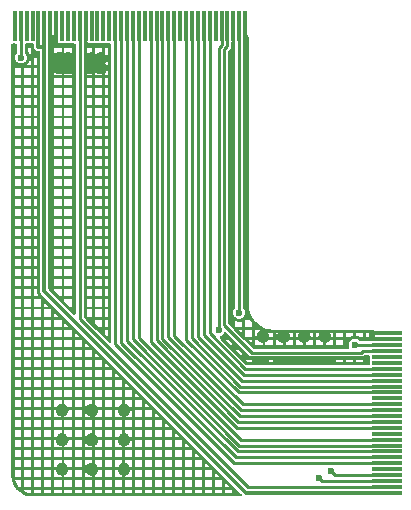
<source format=gbr>
%TF.GenerationSoftware,KiCad,Pcbnew,7.0.1*%
%TF.CreationDate,2025-01-04T09:06:00-08:00*%
%TF.ProjectId,project,70726f6a-6563-4742-9e6b-696361645f70,rev?*%
%TF.SameCoordinates,Original*%
%TF.FileFunction,Copper,L1,Top*%
%TF.FilePolarity,Positive*%
%FSLAX46Y46*%
G04 Gerber Fmt 4.6, Leading zero omitted, Abs format (unit mm)*
G04 Created by KiCad (PCBNEW 7.0.1) date 2025-01-04 09:06:00*
%MOMM*%
%LPD*%
G01*
G04 APERTURE LIST*
%TA.AperFunction,SMDPad,CuDef*%
%ADD10R,2.500000X0.300000*%
%TD*%
%TA.AperFunction,SMDPad,CuDef*%
%ADD11R,0.300000X2.500000*%
%TD*%
%TA.AperFunction,ViaPad*%
%ADD12C,0.600000*%
%TD*%
%TA.AperFunction,Conductor*%
%ADD13C,0.250000*%
%TD*%
%TA.AperFunction,Conductor*%
%ADD14C,0.300000*%
%TD*%
G04 APERTURE END LIST*
D10*
%TO.P,REF\u002A\u002A,2*%
%TO.N,VCC*%
X147500000Y-114500000D03*
%TO.P,REF\u002A\u002A,3*%
%TO.N,VDD5*%
X147500000Y-114000000D03*
%TO.P,REF\u002A\u002A,4*%
%TO.N,DCK*%
X147500000Y-113500000D03*
%TO.P,REF\u002A\u002A,5*%
%TO.N,LP*%
X147500000Y-113000000D03*
%TO.P,REF\u002A\u002A,6*%
%TO.N,PS*%
X147500000Y-112500000D03*
%TO.P,REF\u002A\u002A,7*%
%TO.N,LDB5*%
X147500000Y-112000000D03*
%TO.P,REF\u002A\u002A,8*%
%TO.N,LDB4*%
X147500000Y-111500000D03*
%TO.P,REF\u002A\u002A,9*%
%TO.N,LDB3*%
X147500000Y-111000000D03*
%TO.P,REF\u002A\u002A,10*%
%TO.N,LDB2*%
X147500000Y-110500000D03*
%TO.P,REF\u002A\u002A,11*%
%TO.N,LDB1*%
X147500000Y-110000000D03*
%TO.P,REF\u002A\u002A,12*%
%TO.N,LDB0*%
X147500000Y-109500000D03*
%TO.P,REF\u002A\u002A,13*%
%TO.N,LDG5*%
X147500000Y-109000000D03*
%TO.P,REF\u002A\u002A,14*%
%TO.N,LDG4*%
X147500000Y-108500000D03*
%TO.P,REF\u002A\u002A,15*%
%TO.N,LDG3*%
X147500000Y-108000000D03*
%TO.P,REF\u002A\u002A,16*%
%TO.N,LDG2*%
X147500000Y-107500000D03*
%TO.P,REF\u002A\u002A,17*%
%TO.N,LDG1*%
X147500000Y-107000000D03*
%TO.P,REF\u002A\u002A,18*%
%TO.N,LDG0*%
X147500000Y-106500000D03*
%TO.P,REF\u002A\u002A,19*%
%TO.N,LDR5*%
X147500000Y-106000000D03*
%TO.P,REF\u002A\u002A,20*%
%TO.N,LDR4*%
X147500000Y-105500000D03*
%TO.P,REF\u002A\u002A,21*%
%TO.N,LDR3*%
X147500000Y-105000000D03*
%TO.P,REF\u002A\u002A,22*%
%TO.N,LDR2*%
X147500000Y-104500000D03*
%TO.P,REF\u002A\u002A,23*%
%TO.N,LDR1*%
X147500000Y-104000000D03*
%TO.P,REF\u002A\u002A,24*%
%TO.N,LDR0*%
X147500000Y-103500000D03*
%TO.P,REF\u002A\u002A,25*%
%TO.N,SPL*%
X147500000Y-103000000D03*
%TO.P,REF\u002A\u002A,26*%
%TO.N,SPS*%
X147500000Y-102500000D03*
%TO.P,REF\u002A\u002A,27*%
%TO.N,TOUCH*%
X147500000Y-102000000D03*
%TO.P,REF\u002A\u002A,28*%
%TO.N,GND*%
X147500000Y-101500000D03*
%TO.P,REF\u002A\u002A,29*%
X147500000Y-101000000D03*
%TD*%
D11*
%TO.P,REF\u002A\u002A,1*%
%TO.N,GND*%
X135500000Y-75000000D03*
%TO.P,REF\u002A\u002A,2*%
%TO.N,DCK*%
X135000000Y-75000000D03*
%TO.P,REF\u002A\u002A,3*%
%TO.N,GND*%
X134500000Y-75000000D03*
%TO.P,REF\u002A\u002A,4*%
%TO.N,SPS*%
X134000000Y-75000000D03*
%TO.P,REF\u002A\u002A,5*%
%TO.N,LP*%
X133500000Y-75000000D03*
%TO.P,REF\u002A\u002A,6*%
%TO.N,N/C*%
X133000000Y-75000000D03*
%TO.P,REF\u002A\u002A,7*%
%TO.N,LDR1*%
X132500000Y-75000000D03*
%TO.P,REF\u002A\u002A,8*%
%TO.N,LDR2*%
X132000000Y-75000000D03*
%TO.P,REF\u002A\u002A,9*%
%TO.N,LDR3*%
X131500000Y-75000000D03*
%TO.P,REF\u002A\u002A,10*%
%TO.N,LDR4*%
X131000000Y-75000000D03*
%TO.P,REF\u002A\u002A,11*%
%TO.N,LDR5*%
X130500000Y-75000000D03*
%TO.P,REF\u002A\u002A,12*%
%TO.N,N/C*%
X130000000Y-75000000D03*
%TO.P,REF\u002A\u002A,13*%
%TO.N,LDG1*%
X129500000Y-75000000D03*
%TO.P,REF\u002A\u002A,14*%
%TO.N,LDG2*%
X129000000Y-75000000D03*
%TO.P,REF\u002A\u002A,15*%
%TO.N,LDG3*%
X128500000Y-75000000D03*
%TO.P,REF\u002A\u002A,16*%
%TO.N,LDG4*%
X128000000Y-75000000D03*
%TO.P,REF\u002A\u002A,17*%
%TO.N,LDG5*%
X127500000Y-75000000D03*
%TO.P,REF\u002A\u002A,18*%
%TO.N,N/C*%
X127000000Y-75000000D03*
%TO.P,REF\u002A\u002A,19*%
%TO.N,LDB1*%
X126500000Y-75000000D03*
%TO.P,REF\u002A\u002A,20*%
%TO.N,LDB2*%
X126000000Y-75000000D03*
%TO.P,REF\u002A\u002A,21*%
%TO.N,LDB3*%
X125500000Y-75000000D03*
%TO.P,REF\u002A\u002A,22*%
%TO.N,LDB4*%
X125000000Y-75000000D03*
%TO.P,REF\u002A\u002A,23*%
%TO.N,LDB5*%
X124500000Y-75000000D03*
%TO.P,REF\u002A\u002A,24*%
%TO.N,N/C*%
X124000000Y-75000000D03*
%TO.P,REF\u002A\u002A,25*%
X123500000Y-75000000D03*
%TO.P,REF\u002A\u002A,26*%
X123000000Y-75000000D03*
%TO.P,REF\u002A\u002A,27*%
X122500000Y-75000000D03*
%TO.P,REF\u002A\u002A,28*%
%TO.N,GND*%
X122000000Y-75000000D03*
%TO.P,REF\u002A\u002A,29*%
%TO.N,VDD5*%
X121500000Y-75000000D03*
%TO.P,REF\u002A\u002A,30*%
%TO.N,N/C*%
X121000000Y-75000000D03*
%TO.P,REF\u002A\u002A,31*%
X120500000Y-75000000D03*
%TO.P,REF\u002A\u002A,32*%
X120000000Y-75000000D03*
%TO.P,REF\u002A\u002A,33*%
%TO.N,GND*%
X119500000Y-75000000D03*
%TO.P,REF\u002A\u002A,34*%
X119000000Y-75000000D03*
%TO.P,REF\u002A\u002A,35*%
%TO.N,VCC*%
X118500000Y-75000000D03*
%TO.P,REF\u002A\u002A,36*%
X118000000Y-75000000D03*
%TO.P,REF\u002A\u002A,37*%
%TO.N,N/C*%
X117500000Y-75000000D03*
%TO.P,REF\u002A\u002A,38*%
X117000000Y-75000000D03*
%TO.P,REF\u002A\u002A,39*%
%TO.N,TOUCH*%
X116500000Y-75000000D03*
%TO.P,REF\u002A\u002A,40*%
%TO.N,N/C*%
X116000000Y-75000000D03*
%TD*%
D12*
%TO.N,GND*%
X138750000Y-103250000D03*
X122500000Y-112500000D03*
X120500000Y-78500000D03*
X123250000Y-78500000D03*
X119750000Y-78500000D03*
X122500000Y-77750000D03*
X122500000Y-107500000D03*
X122500000Y-78500000D03*
X142250000Y-101250000D03*
X125250000Y-112500000D03*
X140500000Y-103250000D03*
X138750000Y-101250000D03*
X137000000Y-101250000D03*
X120500000Y-77750000D03*
X120000000Y-107500000D03*
X140500000Y-101250000D03*
X119750000Y-77750000D03*
X125250000Y-107500000D03*
X122500000Y-110000000D03*
X120000000Y-110000000D03*
X125250000Y-110000000D03*
X120000000Y-112500000D03*
X137000000Y-103250000D03*
X142250000Y-103250000D03*
X123250000Y-77750000D03*
%TO.N,LP*%
X133250000Y-100750000D03*
X142750000Y-112624500D03*
%TO.N,DCK*%
X135000000Y-99250000D03*
X141750000Y-113249000D03*
%TO.N,TOUCH*%
X144775000Y-101950500D03*
X116525000Y-77650000D03*
%TD*%
D13*
%TO.N,SPS*%
X145450000Y-102500000D02*
X147500000Y-102500000D01*
X133750000Y-100308058D02*
X136066942Y-102625000D01*
X134000000Y-76686396D02*
X133750000Y-76936396D01*
X136066942Y-102625000D02*
X145325000Y-102625000D01*
X134000000Y-75000000D02*
X134000000Y-76686396D01*
X145325000Y-102625000D02*
X145450000Y-102500000D01*
X133750000Y-76936396D02*
X133750000Y-100308058D01*
%TO.N,LDR1*%
X132500000Y-101000000D02*
X135500000Y-104000000D01*
X135500000Y-104000000D02*
X147500000Y-104000000D01*
X132500000Y-75000000D02*
X132500000Y-101000000D01*
%TO.N,LDR2*%
X132000000Y-75000000D02*
X132000000Y-101136396D01*
X135363604Y-104500000D02*
X147500000Y-104500000D01*
X132000000Y-101136396D02*
X135363604Y-104500000D01*
%TO.N,LDR3*%
X131500000Y-75000000D02*
X131500000Y-101272792D01*
X131500000Y-101272792D02*
X135227208Y-105000000D01*
X135227208Y-105000000D02*
X147500000Y-105000000D01*
%TO.N,LDR4*%
X131000000Y-75000000D02*
X131000000Y-101409188D01*
X131000000Y-101409188D02*
X135090812Y-105500000D01*
X135090812Y-105500000D02*
X147500000Y-105500000D01*
%TO.N,LDR5*%
X134954416Y-106000000D02*
X147500000Y-106000000D01*
X130500000Y-101545584D02*
X134954416Y-106000000D01*
X130500000Y-75000000D02*
X130500000Y-101545584D01*
%TO.N,LDG1*%
X135318020Y-107000000D02*
X147500000Y-107000000D01*
X129500000Y-101181980D02*
X135318020Y-107000000D01*
X129500000Y-75000000D02*
X129500000Y-101181980D01*
%TO.N,LDG2*%
X135181624Y-107500000D02*
X147500000Y-107500000D01*
X129000000Y-75000000D02*
X129000000Y-101318376D01*
X129000000Y-101318376D02*
X135181624Y-107500000D01*
%TO.N,LDG3*%
X128500000Y-101454772D02*
X135045228Y-108000000D01*
X128500000Y-75000000D02*
X128500000Y-101454772D01*
X135045228Y-108000000D02*
X147500000Y-108000000D01*
%TO.N,LDG4*%
X134908832Y-108500000D02*
X147500000Y-108500000D01*
X128000000Y-75000000D02*
X128000000Y-101591168D01*
X128000000Y-101591168D02*
X134908832Y-108500000D01*
%TO.N,LDG5*%
X134772436Y-109000000D02*
X147500000Y-109000000D01*
X127500000Y-75000000D02*
X127500000Y-101727564D01*
X127500000Y-101727564D02*
X134772436Y-109000000D01*
%TO.N,LDB1*%
X126500000Y-101363960D02*
X135136040Y-110000000D01*
X135136040Y-110000000D02*
X147500000Y-110000000D01*
X126500000Y-75000000D02*
X126500000Y-101363960D01*
%TO.N,LDB2*%
X134999644Y-110500000D02*
X147500000Y-110500000D01*
X126000000Y-75000000D02*
X126000000Y-101500356D01*
X126000000Y-101500356D02*
X134999644Y-110500000D01*
%TO.N,LDB3*%
X125500000Y-75000000D02*
X125500000Y-101636752D01*
X125500000Y-101636752D02*
X134863248Y-111000000D01*
X134863248Y-111000000D02*
X147500000Y-111000000D01*
%TO.N,LDB4*%
X125000000Y-101773148D02*
X134726852Y-111500000D01*
X125000000Y-75000000D02*
X125000000Y-101773148D01*
X134726852Y-111500000D02*
X147500000Y-111500000D01*
%TO.N,LDB5*%
X124500000Y-75000000D02*
X124500000Y-101909544D01*
X124500000Y-101909544D02*
X134590456Y-112000000D01*
X134590456Y-112000000D02*
X147500000Y-112000000D01*
D14*
%TO.N,VCC*%
X118500000Y-97421751D02*
X118500000Y-76750000D01*
X118000000Y-76750000D02*
X118500000Y-76750000D01*
X147500000Y-114500000D02*
X135578249Y-114500000D01*
X135578249Y-114500000D02*
X118500000Y-97421751D01*
X118500000Y-76750000D02*
X118500000Y-75000000D01*
X118000000Y-75000000D02*
X118000000Y-76750000D01*
D13*
%TO.N,LP*%
X143125500Y-113000000D02*
X147500000Y-113000000D01*
X133500000Y-76550000D02*
X133500000Y-75000000D01*
X133250000Y-100750000D02*
X133250000Y-76800000D01*
X142750000Y-112624500D02*
X143125500Y-113000000D01*
X133250000Y-76800000D02*
X133500000Y-76550000D01*
%TO.N,DCK*%
X142001000Y-113500000D02*
X141750000Y-113249000D01*
X147500000Y-113500000D02*
X142001000Y-113500000D01*
X135000000Y-99250000D02*
X135000000Y-75000000D01*
%TO.N,VDD5*%
X135750000Y-114000000D02*
X147500000Y-114000000D01*
X121500000Y-99750000D02*
X135750000Y-114000000D01*
X121500000Y-75000000D02*
X121500000Y-99750000D01*
%TO.N,TOUCH*%
X144824500Y-102000000D02*
X144775000Y-101950500D01*
X116525000Y-77650000D02*
X116500000Y-77625000D01*
X116500000Y-77625000D02*
X116500000Y-75000000D01*
X147500000Y-102000000D02*
X144824500Y-102000000D01*
%TD*%
%TA.AperFunction,Conductor*%
%TO.N,GND*%
G36*
X117330252Y-76450500D02*
G01*
X117525500Y-76450500D01*
X117587500Y-76467113D01*
X117632887Y-76512500D01*
X117649500Y-76574500D01*
X117649500Y-76730376D01*
X117649077Y-76740614D01*
X117645868Y-76779344D01*
X117655408Y-76817018D01*
X117657507Y-76827029D01*
X117661174Y-76849000D01*
X117663973Y-76865773D01*
X117674367Y-76892409D01*
X117695836Y-76925270D01*
X117701081Y-76934072D01*
X117719771Y-76968608D01*
X117738249Y-76990424D01*
X117738562Y-76990667D01*
X117738563Y-76990669D01*
X117761974Y-77008890D01*
X117769234Y-77014541D01*
X117777055Y-77021166D01*
X117805934Y-77047752D01*
X117830494Y-77062386D01*
X117830872Y-77062516D01*
X117830874Y-77062517D01*
X117867623Y-77075133D01*
X117877165Y-77078856D01*
X117913133Y-77094633D01*
X117941114Y-77100500D01*
X117941512Y-77100500D01*
X117980376Y-77100500D01*
X117990613Y-77100923D01*
X117996362Y-77101399D01*
X118029344Y-77104132D01*
X118029345Y-77104131D01*
X118035737Y-77104661D01*
X118093320Y-77124428D01*
X118134554Y-77169220D01*
X118149500Y-77228238D01*
X118149500Y-97372539D01*
X118146861Y-97397985D01*
X118144957Y-97407065D01*
X118148548Y-97435874D01*
X118149458Y-97450546D01*
X118152665Y-97469764D01*
X118153403Y-97474829D01*
X118160351Y-97530560D01*
X118187081Y-97579953D01*
X118189421Y-97584498D01*
X118210802Y-97628235D01*
X118210803Y-97628236D01*
X118214084Y-97634947D01*
X118219581Y-97640007D01*
X118219582Y-97640009D01*
X118225221Y-97645200D01*
X118255399Y-97672981D01*
X118259097Y-97676530D01*
X135170386Y-114587819D01*
X135200636Y-114637182D01*
X135205178Y-114694898D01*
X135183023Y-114748385D01*
X135139000Y-114785985D01*
X135082705Y-114799500D01*
X117504067Y-114799500D01*
X117495957Y-114799235D01*
X117273221Y-114784636D01*
X117257140Y-114782518D01*
X117042228Y-114739769D01*
X117026561Y-114735571D01*
X116819057Y-114665133D01*
X116804071Y-114658926D01*
X116607539Y-114562007D01*
X116593492Y-114553897D01*
X116411291Y-114432154D01*
X116398423Y-114422280D01*
X116251007Y-114293000D01*
X116799500Y-114293000D01*
X116799500Y-114352280D01*
X116916061Y-114409762D01*
X117105059Y-114473918D01*
X117300829Y-114512859D01*
X117401500Y-114519458D01*
X117401500Y-114293000D01*
X117650500Y-114293000D01*
X117650500Y-114526500D01*
X118252500Y-114526500D01*
X118252500Y-114293000D01*
X118501500Y-114293000D01*
X118501500Y-114526500D01*
X119103500Y-114526500D01*
X119103500Y-114293000D01*
X119352500Y-114293000D01*
X119352500Y-114526500D01*
X119954500Y-114526500D01*
X119954500Y-114293000D01*
X120203500Y-114293000D01*
X120203500Y-114526500D01*
X120805500Y-114526500D01*
X120805500Y-114293000D01*
X121054500Y-114293000D01*
X121054500Y-114526500D01*
X121656500Y-114526500D01*
X121656500Y-114293000D01*
X121905500Y-114293000D01*
X121905500Y-114526500D01*
X122507500Y-114526500D01*
X122507500Y-114293000D01*
X122756500Y-114293000D01*
X122756500Y-114526500D01*
X123358500Y-114526500D01*
X123358500Y-114293000D01*
X123607500Y-114293000D01*
X123607500Y-114526500D01*
X124209500Y-114526500D01*
X124209500Y-114293000D01*
X124458500Y-114293000D01*
X124458500Y-114526500D01*
X125060500Y-114526500D01*
X125060500Y-114293000D01*
X125309500Y-114293000D01*
X125309500Y-114526500D01*
X125911500Y-114526500D01*
X125911500Y-114293000D01*
X126160500Y-114293000D01*
X126160500Y-114526500D01*
X126762500Y-114526500D01*
X126762500Y-114293000D01*
X127011500Y-114293000D01*
X127011500Y-114526500D01*
X127613500Y-114526500D01*
X127613500Y-114293000D01*
X127862500Y-114293000D01*
X127862500Y-114526500D01*
X128464500Y-114526500D01*
X128464500Y-114293000D01*
X128713500Y-114293000D01*
X128713500Y-114526500D01*
X129315500Y-114526500D01*
X129315500Y-114293000D01*
X129564500Y-114293000D01*
X129564500Y-114526500D01*
X130166500Y-114526500D01*
X130166500Y-114293000D01*
X130415500Y-114293000D01*
X130415500Y-114526500D01*
X131017500Y-114526500D01*
X131017500Y-114293000D01*
X131266500Y-114293000D01*
X131266500Y-114526500D01*
X131868500Y-114526500D01*
X131868500Y-114293000D01*
X132117500Y-114293000D01*
X132117500Y-114526500D01*
X132719500Y-114526500D01*
X132719500Y-114293000D01*
X132968500Y-114293000D01*
X132968500Y-114526500D01*
X133570500Y-114526500D01*
X133570500Y-114293000D01*
X133819500Y-114293000D01*
X133819500Y-114526500D01*
X134421500Y-114526500D01*
X134421500Y-114293000D01*
X133819500Y-114293000D01*
X133570500Y-114293000D01*
X132968500Y-114293000D01*
X132719500Y-114293000D01*
X132117500Y-114293000D01*
X131868500Y-114293000D01*
X131266500Y-114293000D01*
X131017500Y-114293000D01*
X130415500Y-114293000D01*
X130166500Y-114293000D01*
X129564500Y-114293000D01*
X129315500Y-114293000D01*
X128713500Y-114293000D01*
X128464500Y-114293000D01*
X127862500Y-114293000D01*
X127613500Y-114293000D01*
X127011500Y-114293000D01*
X126762500Y-114293000D01*
X126160500Y-114293000D01*
X125911500Y-114293000D01*
X125309500Y-114293000D01*
X125060500Y-114293000D01*
X124458500Y-114293000D01*
X124209500Y-114293000D01*
X123607500Y-114293000D01*
X123358500Y-114293000D01*
X122756500Y-114293000D01*
X122507500Y-114293000D01*
X121905500Y-114293000D01*
X121656500Y-114293000D01*
X121054500Y-114293000D01*
X120805500Y-114293000D01*
X120203500Y-114293000D01*
X119954500Y-114293000D01*
X119352500Y-114293000D01*
X119103500Y-114293000D01*
X118501500Y-114293000D01*
X118252500Y-114293000D01*
X117650500Y-114293000D01*
X117401500Y-114293000D01*
X116799500Y-114293000D01*
X116251007Y-114293000D01*
X116233671Y-114277797D01*
X116222202Y-114266328D01*
X116137504Y-114169748D01*
X116077716Y-114101573D01*
X116067845Y-114088708D01*
X115946102Y-113906507D01*
X115937992Y-113892460D01*
X115935196Y-113886791D01*
X115841070Y-113695921D01*
X115834866Y-113680942D01*
X115827530Y-113659332D01*
X115773101Y-113498988D01*
X115764428Y-113473438D01*
X115760230Y-113457771D01*
X115757093Y-113442000D01*
X116042055Y-113442000D01*
X116090235Y-113583937D01*
X116178518Y-113762955D01*
X116289408Y-113928915D01*
X116390335Y-114044000D01*
X116550500Y-114044000D01*
X116550500Y-113442000D01*
X116799500Y-113442000D01*
X116799500Y-114044000D01*
X117401500Y-114044000D01*
X117401500Y-113442000D01*
X117650500Y-113442000D01*
X117650500Y-114044000D01*
X118252500Y-114044000D01*
X118252500Y-113442000D01*
X118501500Y-113442000D01*
X118501500Y-114044000D01*
X119103500Y-114044000D01*
X119103500Y-113442000D01*
X119352500Y-113442000D01*
X119352500Y-114044000D01*
X119954500Y-114044000D01*
X119954500Y-113442000D01*
X120203500Y-113442000D01*
X120203500Y-114044000D01*
X120805500Y-114044000D01*
X120805500Y-113442000D01*
X121054500Y-113442000D01*
X121054500Y-114044000D01*
X121656500Y-114044000D01*
X121656500Y-113442000D01*
X121905500Y-113442000D01*
X121905500Y-114044000D01*
X122507500Y-114044000D01*
X122507500Y-113442000D01*
X122756500Y-113442000D01*
X122756500Y-114044000D01*
X123358500Y-114044000D01*
X123358500Y-113442000D01*
X123607500Y-113442000D01*
X123607500Y-114044000D01*
X124209500Y-114044000D01*
X124209500Y-113442000D01*
X124458500Y-113442000D01*
X124458500Y-114044000D01*
X125060500Y-114044000D01*
X125060500Y-113442000D01*
X125309500Y-113442000D01*
X125309500Y-114044000D01*
X125911500Y-114044000D01*
X125911500Y-113442000D01*
X126160500Y-113442000D01*
X126160500Y-114044000D01*
X126762500Y-114044000D01*
X126762500Y-113442000D01*
X127011500Y-113442000D01*
X127011500Y-114044000D01*
X127613500Y-114044000D01*
X127613500Y-113442000D01*
X127862500Y-113442000D01*
X127862500Y-114044000D01*
X128464500Y-114044000D01*
X128464500Y-113442000D01*
X128713500Y-113442000D01*
X128713500Y-114044000D01*
X129315500Y-114044000D01*
X129315500Y-113442000D01*
X129564500Y-113442000D01*
X129564500Y-114044000D01*
X130166500Y-114044000D01*
X130166500Y-113442000D01*
X130415500Y-113442000D01*
X130415500Y-114044000D01*
X131017500Y-114044000D01*
X131017500Y-113442000D01*
X131266500Y-113442000D01*
X131266500Y-114044000D01*
X131868500Y-114044000D01*
X131868500Y-113442000D01*
X132117500Y-113442000D01*
X132117500Y-114044000D01*
X132719500Y-114044000D01*
X132719500Y-113442000D01*
X132968500Y-113442000D01*
X132968500Y-114044000D01*
X133570500Y-114044000D01*
X133570500Y-113623013D01*
X133819500Y-113623013D01*
X133819500Y-114044000D01*
X134240487Y-114044000D01*
X133819500Y-113623013D01*
X133570500Y-113623013D01*
X133570500Y-113442000D01*
X132968500Y-113442000D01*
X132719500Y-113442000D01*
X132117500Y-113442000D01*
X131868500Y-113442000D01*
X131266500Y-113442000D01*
X131017500Y-113442000D01*
X130415500Y-113442000D01*
X130166500Y-113442000D01*
X129564500Y-113442000D01*
X129315500Y-113442000D01*
X128713500Y-113442000D01*
X128464500Y-113442000D01*
X127862500Y-113442000D01*
X127613500Y-113442000D01*
X127011500Y-113442000D01*
X126762500Y-113442000D01*
X126160500Y-113442000D01*
X125911500Y-113442000D01*
X125309500Y-113442000D01*
X125060500Y-113442000D01*
X124458500Y-113442000D01*
X124209500Y-113442000D01*
X123607500Y-113442000D01*
X123358500Y-113442000D01*
X122756500Y-113442000D01*
X122507500Y-113442000D01*
X121905500Y-113442000D01*
X121656500Y-113442000D01*
X121054500Y-113442000D01*
X120805500Y-113442000D01*
X120203500Y-113442000D01*
X119954500Y-113442000D01*
X119352500Y-113442000D01*
X119103500Y-113442000D01*
X118501500Y-113442000D01*
X118252500Y-113442000D01*
X117650500Y-113442000D01*
X117401500Y-113442000D01*
X116799500Y-113442000D01*
X116550500Y-113442000D01*
X116042055Y-113442000D01*
X115757093Y-113442000D01*
X115723232Y-113271769D01*
X115717479Y-113242848D01*
X115715364Y-113226790D01*
X115700765Y-113004043D01*
X115700500Y-112995933D01*
X115700500Y-112591000D01*
X115973500Y-112591000D01*
X115973500Y-112991056D01*
X115986735Y-113193000D01*
X116550500Y-113193000D01*
X116550500Y-112591000D01*
X116799500Y-112591000D01*
X116799500Y-113193000D01*
X117401500Y-113193000D01*
X117401500Y-112591000D01*
X117650500Y-112591000D01*
X117650500Y-113193000D01*
X118252500Y-113193000D01*
X118252500Y-112591000D01*
X118501500Y-112591000D01*
X118501500Y-113193000D01*
X119103500Y-113193000D01*
X119103500Y-112591000D01*
X119352500Y-112591000D01*
X119352500Y-113193000D01*
X119954500Y-113193000D01*
X120203500Y-113193000D01*
X120805500Y-113193000D01*
X120805500Y-112591000D01*
X121054500Y-112591000D01*
X121054500Y-113193000D01*
X121656500Y-113193000D01*
X121656500Y-112591000D01*
X121905500Y-112591000D01*
X121905500Y-113193000D01*
X122507500Y-113193000D01*
X122756500Y-113193000D01*
X123358500Y-113193000D01*
X123358500Y-112591000D01*
X123607500Y-112591000D01*
X123607500Y-113193000D01*
X124209500Y-113193000D01*
X124209500Y-112591000D01*
X124458500Y-112591000D01*
X124458500Y-113193000D01*
X125060500Y-113193000D01*
X125309500Y-113193000D01*
X125911500Y-113193000D01*
X125911500Y-112591000D01*
X126160500Y-112591000D01*
X126160500Y-113193000D01*
X126762500Y-113193000D01*
X126762500Y-112591000D01*
X127011500Y-112591000D01*
X127011500Y-113193000D01*
X127613500Y-113193000D01*
X127613500Y-112591000D01*
X127862500Y-112591000D01*
X127862500Y-113193000D01*
X128464500Y-113193000D01*
X128464500Y-112591000D01*
X128713500Y-112591000D01*
X128713500Y-113193000D01*
X129315500Y-113193000D01*
X129315500Y-112591000D01*
X129564500Y-112591000D01*
X129564500Y-113193000D01*
X130166500Y-113193000D01*
X130166500Y-112591000D01*
X130415500Y-112591000D01*
X130415500Y-113193000D01*
X131017500Y-113193000D01*
X131017500Y-112591000D01*
X131266500Y-112591000D01*
X131266500Y-113193000D01*
X131868500Y-113193000D01*
X131868500Y-112591000D01*
X132117500Y-112591000D01*
X132117500Y-113193000D01*
X132719500Y-113193000D01*
X132719500Y-112772013D01*
X132968500Y-112772013D01*
X132968500Y-113193000D01*
X133389487Y-113193000D01*
X132968500Y-112772013D01*
X132719500Y-112772013D01*
X132719500Y-112591000D01*
X132117500Y-112591000D01*
X131868500Y-112591000D01*
X131266500Y-112591000D01*
X131017500Y-112591000D01*
X130415500Y-112591000D01*
X130166500Y-112591000D01*
X129564500Y-112591000D01*
X129315500Y-112591000D01*
X128713500Y-112591000D01*
X128464500Y-112591000D01*
X127862500Y-112591000D01*
X127613500Y-112591000D01*
X127011500Y-112591000D01*
X126762500Y-112591000D01*
X126160500Y-112591000D01*
X125911500Y-112591000D01*
X125791430Y-112591000D01*
X125781711Y-112652367D01*
X125769723Y-112689264D01*
X125708603Y-112809218D01*
X125685799Y-112840604D01*
X125590604Y-112935799D01*
X125559218Y-112958603D01*
X125439264Y-113019723D01*
X125402367Y-113031711D01*
X125309500Y-113046420D01*
X125309500Y-113193000D01*
X125060500Y-113193000D01*
X125060500Y-113019603D01*
X124940782Y-112958603D01*
X124909396Y-112935799D01*
X124814201Y-112840604D01*
X124791397Y-112809218D01*
X124730277Y-112689264D01*
X124718289Y-112652367D01*
X124708570Y-112591000D01*
X124458500Y-112591000D01*
X124209500Y-112591000D01*
X123607500Y-112591000D01*
X123358500Y-112591000D01*
X123041430Y-112591000D01*
X123031711Y-112652367D01*
X123019723Y-112689264D01*
X122958603Y-112809218D01*
X122935799Y-112840604D01*
X122840604Y-112935799D01*
X122809218Y-112958603D01*
X122756500Y-112985464D01*
X122756500Y-113193000D01*
X122507500Y-113193000D01*
X122507500Y-113052771D01*
X122480602Y-113052771D01*
X122347633Y-113031711D01*
X122310736Y-113019723D01*
X122190782Y-112958603D01*
X122159396Y-112935799D01*
X122064201Y-112840604D01*
X122041397Y-112809218D01*
X121980277Y-112689264D01*
X121968289Y-112652367D01*
X121958570Y-112591000D01*
X121905500Y-112591000D01*
X121656500Y-112591000D01*
X121054500Y-112591000D01*
X120805500Y-112591000D01*
X120541430Y-112591000D01*
X120531711Y-112652367D01*
X120519723Y-112689264D01*
X120458603Y-112809218D01*
X120435799Y-112840604D01*
X120340604Y-112935799D01*
X120309218Y-112958603D01*
X120203500Y-113012469D01*
X120203500Y-113193000D01*
X119954500Y-113193000D01*
X119954500Y-113048637D01*
X119847633Y-113031711D01*
X119810736Y-113019723D01*
X119690782Y-112958603D01*
X119659396Y-112935799D01*
X119564201Y-112840604D01*
X119541397Y-112809218D01*
X119480277Y-112689264D01*
X119468289Y-112652367D01*
X119458570Y-112591000D01*
X119352500Y-112591000D01*
X119103500Y-112591000D01*
X118501500Y-112591000D01*
X118252500Y-112591000D01*
X117650500Y-112591000D01*
X117401500Y-112591000D01*
X116799500Y-112591000D01*
X116550500Y-112591000D01*
X115973500Y-112591000D01*
X115700500Y-112591000D01*
X115700500Y-111740000D01*
X115973500Y-111740000D01*
X115973500Y-112342000D01*
X116550500Y-112342000D01*
X116550500Y-111740000D01*
X116799500Y-111740000D01*
X116799500Y-112342000D01*
X117401500Y-112342000D01*
X117401500Y-111740000D01*
X117650500Y-111740000D01*
X117650500Y-112342000D01*
X118252500Y-112342000D01*
X118252500Y-111740000D01*
X118501500Y-111740000D01*
X118501500Y-112342000D01*
X119103500Y-112342000D01*
X119103500Y-111740000D01*
X119352500Y-111740000D01*
X119352500Y-112342000D01*
X119470119Y-112342000D01*
X119480277Y-112310736D01*
X119541397Y-112190782D01*
X119564201Y-112159396D01*
X119659396Y-112064201D01*
X119690782Y-112041397D01*
X119810736Y-111980277D01*
X119847633Y-111968289D01*
X119954500Y-111951363D01*
X119954500Y-111740000D01*
X120203500Y-111740000D01*
X120203500Y-111987531D01*
X120309218Y-112041397D01*
X120340604Y-112064201D01*
X120435799Y-112159396D01*
X120458603Y-112190782D01*
X120519723Y-112310736D01*
X120529881Y-112342000D01*
X120805500Y-112342000D01*
X120805500Y-111740000D01*
X121054500Y-111740000D01*
X121054500Y-112342000D01*
X121656500Y-112342000D01*
X121656500Y-111740000D01*
X121905500Y-111740000D01*
X121905500Y-112342000D01*
X121970119Y-112342000D01*
X121980277Y-112310736D01*
X122041397Y-112190782D01*
X122064201Y-112159396D01*
X122159396Y-112064201D01*
X122190782Y-112041397D01*
X122310736Y-111980277D01*
X122347633Y-111968289D01*
X122480602Y-111947229D01*
X122507500Y-111947229D01*
X122507500Y-111740000D01*
X122756500Y-111740000D01*
X122756500Y-112014536D01*
X122809218Y-112041397D01*
X122840604Y-112064201D01*
X122935799Y-112159396D01*
X122958603Y-112190782D01*
X123019723Y-112310736D01*
X123029881Y-112342000D01*
X123358500Y-112342000D01*
X123358500Y-111740000D01*
X123607500Y-111740000D01*
X123607500Y-112342000D01*
X124209500Y-112342000D01*
X124209500Y-111740000D01*
X124458500Y-111740000D01*
X124458500Y-112342000D01*
X124720119Y-112342000D01*
X124730277Y-112310736D01*
X124791397Y-112190782D01*
X124814201Y-112159396D01*
X124909396Y-112064201D01*
X124940782Y-112041397D01*
X125060500Y-111980397D01*
X125060500Y-111740000D01*
X125309500Y-111740000D01*
X125309500Y-111953580D01*
X125402367Y-111968289D01*
X125439264Y-111980277D01*
X125559218Y-112041397D01*
X125590604Y-112064201D01*
X125685799Y-112159396D01*
X125708603Y-112190782D01*
X125769723Y-112310736D01*
X125779881Y-112342000D01*
X125911500Y-112342000D01*
X125911500Y-111740000D01*
X126160500Y-111740000D01*
X126160500Y-112342000D01*
X126762500Y-112342000D01*
X126762500Y-111740000D01*
X127011500Y-111740000D01*
X127011500Y-112342000D01*
X127613500Y-112342000D01*
X127613500Y-111740000D01*
X127862500Y-111740000D01*
X127862500Y-112342000D01*
X128464500Y-112342000D01*
X128464500Y-111740000D01*
X128713500Y-111740000D01*
X128713500Y-112342000D01*
X129315500Y-112342000D01*
X129315500Y-111740000D01*
X129564500Y-111740000D01*
X129564500Y-112342000D01*
X130166500Y-112342000D01*
X130166500Y-111740000D01*
X130415500Y-111740000D01*
X130415500Y-112342000D01*
X131017500Y-112342000D01*
X131017500Y-111740000D01*
X131266500Y-111740000D01*
X131266500Y-112342000D01*
X131868500Y-112342000D01*
X131868500Y-111921013D01*
X132117500Y-111921013D01*
X132117500Y-112342000D01*
X132538487Y-112342000D01*
X132117500Y-111921013D01*
X131868500Y-111921013D01*
X131868500Y-111740000D01*
X131266500Y-111740000D01*
X131017500Y-111740000D01*
X130415500Y-111740000D01*
X130166500Y-111740000D01*
X129564500Y-111740000D01*
X129315500Y-111740000D01*
X128713500Y-111740000D01*
X128464500Y-111740000D01*
X127862500Y-111740000D01*
X127613500Y-111740000D01*
X127011500Y-111740000D01*
X126762500Y-111740000D01*
X126160500Y-111740000D01*
X125911500Y-111740000D01*
X125309500Y-111740000D01*
X125060500Y-111740000D01*
X124458500Y-111740000D01*
X124209500Y-111740000D01*
X123607500Y-111740000D01*
X123358500Y-111740000D01*
X122756500Y-111740000D01*
X122507500Y-111740000D01*
X121905500Y-111740000D01*
X121656500Y-111740000D01*
X121054500Y-111740000D01*
X120805500Y-111740000D01*
X120203500Y-111740000D01*
X119954500Y-111740000D01*
X119352500Y-111740000D01*
X119103500Y-111740000D01*
X118501500Y-111740000D01*
X118252500Y-111740000D01*
X117650500Y-111740000D01*
X117401500Y-111740000D01*
X116799500Y-111740000D01*
X116550500Y-111740000D01*
X115973500Y-111740000D01*
X115700500Y-111740000D01*
X115700500Y-110889000D01*
X115973500Y-110889000D01*
X115973500Y-111491000D01*
X116550500Y-111491000D01*
X116550500Y-110889000D01*
X116799500Y-110889000D01*
X116799500Y-111491000D01*
X117401500Y-111491000D01*
X117401500Y-110889000D01*
X117650500Y-110889000D01*
X117650500Y-111491000D01*
X118252500Y-111491000D01*
X118252500Y-110889000D01*
X118501500Y-110889000D01*
X118501500Y-111491000D01*
X119103500Y-111491000D01*
X119103500Y-110889000D01*
X119352500Y-110889000D01*
X119352500Y-111491000D01*
X119954500Y-111491000D01*
X119954500Y-110889000D01*
X120203500Y-110889000D01*
X120203500Y-111491000D01*
X120805500Y-111491000D01*
X120805500Y-110889000D01*
X121054500Y-110889000D01*
X121054500Y-111491000D01*
X121656500Y-111491000D01*
X121656500Y-110889000D01*
X121905500Y-110889000D01*
X121905500Y-111491000D01*
X122507500Y-111491000D01*
X122507500Y-110889000D01*
X122756500Y-110889000D01*
X122756500Y-111491000D01*
X123358500Y-111491000D01*
X123358500Y-110889000D01*
X123607500Y-110889000D01*
X123607500Y-111491000D01*
X124209500Y-111491000D01*
X124209500Y-110889000D01*
X124458500Y-110889000D01*
X124458500Y-111491000D01*
X125060500Y-111491000D01*
X125060500Y-110889000D01*
X125309500Y-110889000D01*
X125309500Y-111491000D01*
X125911500Y-111491000D01*
X125911500Y-110889000D01*
X126160500Y-110889000D01*
X126160500Y-111491000D01*
X126762500Y-111491000D01*
X126762500Y-110889000D01*
X127011500Y-110889000D01*
X127011500Y-111491000D01*
X127613500Y-111491000D01*
X127613500Y-110889000D01*
X127862500Y-110889000D01*
X127862500Y-111491000D01*
X128464500Y-111491000D01*
X128464500Y-110889000D01*
X128713500Y-110889000D01*
X128713500Y-111491000D01*
X129315500Y-111491000D01*
X129315500Y-110889000D01*
X129564500Y-110889000D01*
X129564500Y-111491000D01*
X130166500Y-111491000D01*
X130166500Y-110889000D01*
X130415500Y-110889000D01*
X130415500Y-111491000D01*
X131017500Y-111491000D01*
X131017500Y-111070013D01*
X131266500Y-111070013D01*
X131266500Y-111491000D01*
X131687487Y-111491000D01*
X131266500Y-111070013D01*
X131017500Y-111070013D01*
X131017500Y-110889000D01*
X130415500Y-110889000D01*
X130166500Y-110889000D01*
X129564500Y-110889000D01*
X129315500Y-110889000D01*
X128713500Y-110889000D01*
X128464500Y-110889000D01*
X127862500Y-110889000D01*
X127613500Y-110889000D01*
X127011500Y-110889000D01*
X126762500Y-110889000D01*
X126160500Y-110889000D01*
X125911500Y-110889000D01*
X125309500Y-110889000D01*
X125060500Y-110889000D01*
X124458500Y-110889000D01*
X124209500Y-110889000D01*
X123607500Y-110889000D01*
X123358500Y-110889000D01*
X122756500Y-110889000D01*
X122507500Y-110889000D01*
X121905500Y-110889000D01*
X121656500Y-110889000D01*
X121054500Y-110889000D01*
X120805500Y-110889000D01*
X120203500Y-110889000D01*
X119954500Y-110889000D01*
X119352500Y-110889000D01*
X119103500Y-110889000D01*
X118501500Y-110889000D01*
X118252500Y-110889000D01*
X117650500Y-110889000D01*
X117401500Y-110889000D01*
X116799500Y-110889000D01*
X116550500Y-110889000D01*
X115973500Y-110889000D01*
X115700500Y-110889000D01*
X115700500Y-110038000D01*
X115973500Y-110038000D01*
X115973500Y-110640000D01*
X116550500Y-110640000D01*
X116550500Y-110038000D01*
X116799500Y-110038000D01*
X116799500Y-110640000D01*
X117401500Y-110640000D01*
X117401500Y-110038000D01*
X117650500Y-110038000D01*
X117650500Y-110640000D01*
X118252500Y-110640000D01*
X118252500Y-110038000D01*
X118501500Y-110038000D01*
X118501500Y-110640000D01*
X119103500Y-110640000D01*
X119103500Y-110038000D01*
X119352500Y-110038000D01*
X119352500Y-110640000D01*
X119954500Y-110640000D01*
X120203500Y-110640000D01*
X120805500Y-110640000D01*
X120805500Y-110038000D01*
X121054500Y-110038000D01*
X121054500Y-110640000D01*
X121656500Y-110640000D01*
X121656500Y-110038000D01*
X121905500Y-110038000D01*
X121905500Y-110640000D01*
X122507500Y-110640000D01*
X122756500Y-110640000D01*
X123358500Y-110640000D01*
X123358500Y-110038000D01*
X123607500Y-110038000D01*
X123607500Y-110640000D01*
X124209500Y-110640000D01*
X124209500Y-110038000D01*
X124458500Y-110038000D01*
X124458500Y-110640000D01*
X125060500Y-110640000D01*
X125309500Y-110640000D01*
X125911500Y-110640000D01*
X125911500Y-110038000D01*
X126160500Y-110038000D01*
X126160500Y-110640000D01*
X126762500Y-110640000D01*
X126762500Y-110038000D01*
X127011500Y-110038000D01*
X127011500Y-110640000D01*
X127613500Y-110640000D01*
X127613500Y-110038000D01*
X127862500Y-110038000D01*
X127862500Y-110640000D01*
X128464500Y-110640000D01*
X128464500Y-110038000D01*
X128713500Y-110038000D01*
X128713500Y-110640000D01*
X129315500Y-110640000D01*
X129315500Y-110038000D01*
X129564500Y-110038000D01*
X129564500Y-110640000D01*
X130166500Y-110640000D01*
X130166500Y-110219013D01*
X130415500Y-110219013D01*
X130415500Y-110640000D01*
X130836487Y-110640000D01*
X130415500Y-110219013D01*
X130166500Y-110219013D01*
X130166500Y-110038000D01*
X129564500Y-110038000D01*
X129315500Y-110038000D01*
X128713500Y-110038000D01*
X128464500Y-110038000D01*
X127862500Y-110038000D01*
X127613500Y-110038000D01*
X127011500Y-110038000D01*
X126762500Y-110038000D01*
X126160500Y-110038000D01*
X125911500Y-110038000D01*
X125799825Y-110038000D01*
X125781711Y-110152367D01*
X125769723Y-110189264D01*
X125708603Y-110309218D01*
X125685799Y-110340604D01*
X125590604Y-110435799D01*
X125559218Y-110458603D01*
X125439264Y-110519723D01*
X125402367Y-110531711D01*
X125309500Y-110546420D01*
X125309500Y-110640000D01*
X125060500Y-110640000D01*
X125060500Y-110519603D01*
X124940782Y-110458603D01*
X124909396Y-110435799D01*
X124814201Y-110340604D01*
X124791397Y-110309218D01*
X124730277Y-110189264D01*
X124718289Y-110152367D01*
X124700175Y-110038000D01*
X124458500Y-110038000D01*
X124209500Y-110038000D01*
X123607500Y-110038000D01*
X123358500Y-110038000D01*
X123049825Y-110038000D01*
X123031711Y-110152367D01*
X123019723Y-110189264D01*
X122958603Y-110309218D01*
X122935799Y-110340604D01*
X122840604Y-110435799D01*
X122809218Y-110458603D01*
X122756500Y-110485464D01*
X122756500Y-110640000D01*
X122507500Y-110640000D01*
X122507500Y-110552771D01*
X122480602Y-110552771D01*
X122347633Y-110531711D01*
X122310736Y-110519723D01*
X122190782Y-110458603D01*
X122159396Y-110435799D01*
X122064201Y-110340604D01*
X122041397Y-110309218D01*
X121980277Y-110189264D01*
X121968289Y-110152367D01*
X121950175Y-110038000D01*
X121905500Y-110038000D01*
X121656500Y-110038000D01*
X121054500Y-110038000D01*
X120805500Y-110038000D01*
X120549825Y-110038000D01*
X120531711Y-110152367D01*
X120519723Y-110189264D01*
X120458603Y-110309218D01*
X120435799Y-110340604D01*
X120340604Y-110435799D01*
X120309218Y-110458603D01*
X120203500Y-110512469D01*
X120203500Y-110640000D01*
X119954500Y-110640000D01*
X119954500Y-110548637D01*
X119847633Y-110531711D01*
X119810736Y-110519723D01*
X119690782Y-110458603D01*
X119659396Y-110435799D01*
X119564201Y-110340604D01*
X119541397Y-110309218D01*
X119480277Y-110189264D01*
X119468289Y-110152367D01*
X119450175Y-110038000D01*
X119352500Y-110038000D01*
X119103500Y-110038000D01*
X118501500Y-110038000D01*
X118252500Y-110038000D01*
X117650500Y-110038000D01*
X117401500Y-110038000D01*
X116799500Y-110038000D01*
X116550500Y-110038000D01*
X115973500Y-110038000D01*
X115700500Y-110038000D01*
X115700500Y-109187000D01*
X115973500Y-109187000D01*
X115973500Y-109789000D01*
X116550500Y-109789000D01*
X116550500Y-109187000D01*
X116799500Y-109187000D01*
X116799500Y-109789000D01*
X117401500Y-109789000D01*
X117401500Y-109187000D01*
X117650500Y-109187000D01*
X117650500Y-109789000D01*
X118252500Y-109789000D01*
X118252500Y-109187000D01*
X118501500Y-109187000D01*
X118501500Y-109789000D01*
X119103500Y-109789000D01*
X119103500Y-109187000D01*
X119352500Y-109187000D01*
X119352500Y-109789000D01*
X119491352Y-109789000D01*
X119541397Y-109690782D01*
X119564201Y-109659396D01*
X119659396Y-109564201D01*
X119690782Y-109541397D01*
X119810736Y-109480277D01*
X119847633Y-109468289D01*
X119954500Y-109451363D01*
X119954500Y-109187000D01*
X120203500Y-109187000D01*
X120203500Y-109487531D01*
X120309218Y-109541397D01*
X120340604Y-109564201D01*
X120435799Y-109659396D01*
X120458603Y-109690782D01*
X120508648Y-109789000D01*
X120805500Y-109789000D01*
X120805500Y-109187000D01*
X121054500Y-109187000D01*
X121054500Y-109789000D01*
X121656500Y-109789000D01*
X121656500Y-109187000D01*
X121905500Y-109187000D01*
X121905500Y-109789000D01*
X121991352Y-109789000D01*
X122041397Y-109690782D01*
X122064201Y-109659396D01*
X122159396Y-109564201D01*
X122190782Y-109541397D01*
X122310736Y-109480277D01*
X122347633Y-109468289D01*
X122480602Y-109447229D01*
X122507500Y-109447229D01*
X122507500Y-109187000D01*
X122756500Y-109187000D01*
X122756500Y-109514536D01*
X122809218Y-109541397D01*
X122840604Y-109564201D01*
X122935799Y-109659396D01*
X122958603Y-109690782D01*
X123008648Y-109789000D01*
X123358500Y-109789000D01*
X123358500Y-109187000D01*
X123607500Y-109187000D01*
X123607500Y-109789000D01*
X124209500Y-109789000D01*
X124209500Y-109187000D01*
X124458500Y-109187000D01*
X124458500Y-109789000D01*
X124741352Y-109789000D01*
X124791397Y-109690782D01*
X124814201Y-109659396D01*
X124909396Y-109564201D01*
X124940782Y-109541397D01*
X125060500Y-109480397D01*
X125060500Y-109187000D01*
X125309500Y-109187000D01*
X125309500Y-109453580D01*
X125402367Y-109468289D01*
X125439264Y-109480277D01*
X125559218Y-109541397D01*
X125590604Y-109564201D01*
X125685799Y-109659396D01*
X125708603Y-109690782D01*
X125758648Y-109789000D01*
X125911500Y-109789000D01*
X125911500Y-109187000D01*
X126160500Y-109187000D01*
X126160500Y-109789000D01*
X126762500Y-109789000D01*
X126762500Y-109187000D01*
X127011500Y-109187000D01*
X127011500Y-109789000D01*
X127613500Y-109789000D01*
X127613500Y-109187000D01*
X127862500Y-109187000D01*
X127862500Y-109789000D01*
X128464500Y-109789000D01*
X128464500Y-109187000D01*
X128713500Y-109187000D01*
X128713500Y-109789000D01*
X129315500Y-109789000D01*
X129315500Y-109368013D01*
X129564500Y-109368013D01*
X129564500Y-109789000D01*
X129985487Y-109789000D01*
X129564500Y-109368013D01*
X129315500Y-109368013D01*
X129315500Y-109187000D01*
X128713500Y-109187000D01*
X128464500Y-109187000D01*
X127862500Y-109187000D01*
X127613500Y-109187000D01*
X127011500Y-109187000D01*
X126762500Y-109187000D01*
X126160500Y-109187000D01*
X125911500Y-109187000D01*
X125309500Y-109187000D01*
X125060500Y-109187000D01*
X124458500Y-109187000D01*
X124209500Y-109187000D01*
X123607500Y-109187000D01*
X123358500Y-109187000D01*
X122756500Y-109187000D01*
X122507500Y-109187000D01*
X121905500Y-109187000D01*
X121656500Y-109187000D01*
X121054500Y-109187000D01*
X120805500Y-109187000D01*
X120203500Y-109187000D01*
X119954500Y-109187000D01*
X119352500Y-109187000D01*
X119103500Y-109187000D01*
X118501500Y-109187000D01*
X118252500Y-109187000D01*
X117650500Y-109187000D01*
X117401500Y-109187000D01*
X116799500Y-109187000D01*
X116550500Y-109187000D01*
X115973500Y-109187000D01*
X115700500Y-109187000D01*
X115700500Y-108336000D01*
X115973500Y-108336000D01*
X115973500Y-108938000D01*
X116550500Y-108938000D01*
X116550500Y-108336000D01*
X116799500Y-108336000D01*
X116799500Y-108938000D01*
X117401500Y-108938000D01*
X117401500Y-108336000D01*
X117650500Y-108336000D01*
X117650500Y-108938000D01*
X118252500Y-108938000D01*
X118252500Y-108336000D01*
X118501500Y-108336000D01*
X118501500Y-108938000D01*
X119103500Y-108938000D01*
X119103500Y-108336000D01*
X119352500Y-108336000D01*
X119352500Y-108938000D01*
X119954500Y-108938000D01*
X119954500Y-108336000D01*
X120203500Y-108336000D01*
X120203500Y-108938000D01*
X120805500Y-108938000D01*
X120805500Y-108336000D01*
X121054500Y-108336000D01*
X121054500Y-108938000D01*
X121656500Y-108938000D01*
X121656500Y-108336000D01*
X121905500Y-108336000D01*
X121905500Y-108938000D01*
X122507500Y-108938000D01*
X122507500Y-108336000D01*
X122756500Y-108336000D01*
X122756500Y-108938000D01*
X123358500Y-108938000D01*
X123358500Y-108336000D01*
X123607500Y-108336000D01*
X123607500Y-108938000D01*
X124209500Y-108938000D01*
X124209500Y-108336000D01*
X124458500Y-108336000D01*
X124458500Y-108938000D01*
X125060500Y-108938000D01*
X125060500Y-108336000D01*
X125309500Y-108336000D01*
X125309500Y-108938000D01*
X125911500Y-108938000D01*
X125911500Y-108336000D01*
X126160500Y-108336000D01*
X126160500Y-108938000D01*
X126762500Y-108938000D01*
X126762500Y-108336000D01*
X127011500Y-108336000D01*
X127011500Y-108938000D01*
X127613500Y-108938000D01*
X127613500Y-108336000D01*
X127862500Y-108336000D01*
X127862500Y-108938000D01*
X128464500Y-108938000D01*
X128464500Y-108517013D01*
X128713500Y-108517013D01*
X128713500Y-108938000D01*
X129134487Y-108938000D01*
X128713500Y-108517013D01*
X128464500Y-108517013D01*
X128464500Y-108336000D01*
X127862500Y-108336000D01*
X127613500Y-108336000D01*
X127011500Y-108336000D01*
X126762500Y-108336000D01*
X126160500Y-108336000D01*
X125911500Y-108336000D01*
X125309500Y-108336000D01*
X125060500Y-108336000D01*
X124458500Y-108336000D01*
X124209500Y-108336000D01*
X123607500Y-108336000D01*
X123358500Y-108336000D01*
X122756500Y-108336000D01*
X122507500Y-108336000D01*
X121905500Y-108336000D01*
X121656500Y-108336000D01*
X121054500Y-108336000D01*
X120805500Y-108336000D01*
X120203500Y-108336000D01*
X119954500Y-108336000D01*
X119352500Y-108336000D01*
X119103500Y-108336000D01*
X118501500Y-108336000D01*
X118252500Y-108336000D01*
X117650500Y-108336000D01*
X117401500Y-108336000D01*
X116799500Y-108336000D01*
X116550500Y-108336000D01*
X115973500Y-108336000D01*
X115700500Y-108336000D01*
X115700500Y-107485000D01*
X115973500Y-107485000D01*
X115973500Y-108087000D01*
X116550500Y-108087000D01*
X116550500Y-107485000D01*
X116799500Y-107485000D01*
X116799500Y-108087000D01*
X117401500Y-108087000D01*
X117401500Y-107485000D01*
X117650500Y-107485000D01*
X117650500Y-108087000D01*
X118252500Y-108087000D01*
X118252500Y-107485000D01*
X118501500Y-107485000D01*
X118501500Y-108087000D01*
X119103500Y-108087000D01*
X119103500Y-107485000D01*
X119352500Y-107485000D01*
X119352500Y-108087000D01*
X119954500Y-108087000D01*
X120203500Y-108087000D01*
X120805500Y-108087000D01*
X120805500Y-107485000D01*
X121054500Y-107485000D01*
X121054500Y-108087000D01*
X121656500Y-108087000D01*
X121656500Y-107485000D01*
X121905500Y-107485000D01*
X121905500Y-108087000D01*
X122507500Y-108087000D01*
X122756500Y-108087000D01*
X123358500Y-108087000D01*
X123358500Y-107485000D01*
X123607500Y-107485000D01*
X123607500Y-108087000D01*
X124209500Y-108087000D01*
X124209500Y-107485000D01*
X124458500Y-107485000D01*
X124458500Y-108087000D01*
X125060500Y-108087000D01*
X125309500Y-108087000D01*
X125911500Y-108087000D01*
X125911500Y-107485000D01*
X126160500Y-107485000D01*
X126160500Y-108087000D01*
X126762500Y-108087000D01*
X126762500Y-107485000D01*
X127011500Y-107485000D01*
X127011500Y-108087000D01*
X127613500Y-108087000D01*
X127613500Y-107666013D01*
X127862500Y-107666013D01*
X127862500Y-108087000D01*
X128283487Y-108087000D01*
X127862500Y-107666013D01*
X127613500Y-107666013D01*
X127613500Y-107485000D01*
X127011500Y-107485000D01*
X126762500Y-107485000D01*
X126160500Y-107485000D01*
X125911500Y-107485000D01*
X125802771Y-107485000D01*
X125802771Y-107519398D01*
X125781711Y-107652367D01*
X125769723Y-107689264D01*
X125708603Y-107809218D01*
X125685799Y-107840604D01*
X125590604Y-107935799D01*
X125559218Y-107958603D01*
X125439264Y-108019723D01*
X125402367Y-108031711D01*
X125309500Y-108046420D01*
X125309500Y-108087000D01*
X125060500Y-108087000D01*
X125060500Y-108019603D01*
X124940782Y-107958603D01*
X124909396Y-107935799D01*
X124814201Y-107840604D01*
X124791397Y-107809218D01*
X124730277Y-107689264D01*
X124718289Y-107652367D01*
X124697229Y-107519398D01*
X124697229Y-107485000D01*
X124458500Y-107485000D01*
X124209500Y-107485000D01*
X123607500Y-107485000D01*
X123358500Y-107485000D01*
X123052771Y-107485000D01*
X123052771Y-107519398D01*
X123031711Y-107652367D01*
X123019723Y-107689264D01*
X122958603Y-107809218D01*
X122935799Y-107840604D01*
X122840604Y-107935799D01*
X122809218Y-107958603D01*
X122756500Y-107985464D01*
X122756500Y-108087000D01*
X122507500Y-108087000D01*
X122507500Y-108052771D01*
X122480602Y-108052771D01*
X122347633Y-108031711D01*
X122310736Y-108019723D01*
X122190782Y-107958603D01*
X122159396Y-107935799D01*
X122064201Y-107840604D01*
X122041397Y-107809218D01*
X121980277Y-107689264D01*
X121968289Y-107652367D01*
X121947229Y-107519398D01*
X121947229Y-107485000D01*
X121905500Y-107485000D01*
X121656500Y-107485000D01*
X121054500Y-107485000D01*
X120805500Y-107485000D01*
X120552771Y-107485000D01*
X120552771Y-107519398D01*
X120531711Y-107652367D01*
X120519723Y-107689264D01*
X120458603Y-107809218D01*
X120435799Y-107840604D01*
X120340604Y-107935799D01*
X120309218Y-107958603D01*
X120203500Y-108012469D01*
X120203500Y-108087000D01*
X119954500Y-108087000D01*
X119954500Y-108048637D01*
X119847633Y-108031711D01*
X119810736Y-108019723D01*
X119690782Y-107958603D01*
X119659396Y-107935799D01*
X119564201Y-107840604D01*
X119541397Y-107809218D01*
X119480277Y-107689264D01*
X119468289Y-107652367D01*
X119447229Y-107519398D01*
X119447229Y-107485000D01*
X119352500Y-107485000D01*
X119103500Y-107485000D01*
X118501500Y-107485000D01*
X118252500Y-107485000D01*
X117650500Y-107485000D01*
X117401500Y-107485000D01*
X116799500Y-107485000D01*
X116550500Y-107485000D01*
X115973500Y-107485000D01*
X115700500Y-107485000D01*
X115700500Y-106634000D01*
X115973500Y-106634000D01*
X115973500Y-107236000D01*
X116550500Y-107236000D01*
X116550500Y-106634000D01*
X116799500Y-106634000D01*
X116799500Y-107236000D01*
X117401500Y-107236000D01*
X117401500Y-106634000D01*
X117650500Y-106634000D01*
X117650500Y-107236000D01*
X118252500Y-107236000D01*
X118252500Y-106634000D01*
X118501500Y-106634000D01*
X118501500Y-107236000D01*
X119103500Y-107236000D01*
X119103500Y-106634000D01*
X119352500Y-106634000D01*
X119352500Y-107236000D01*
X119518358Y-107236000D01*
X119541398Y-107190782D01*
X119564201Y-107159396D01*
X119659396Y-107064201D01*
X119690782Y-107041397D01*
X119810736Y-106980277D01*
X119847633Y-106968289D01*
X119954500Y-106951363D01*
X119954500Y-106634000D01*
X120203500Y-106634000D01*
X120203500Y-106987531D01*
X120309218Y-107041397D01*
X120340604Y-107064201D01*
X120435799Y-107159396D01*
X120458602Y-107190782D01*
X120481642Y-107236000D01*
X120805500Y-107236000D01*
X120805500Y-106634000D01*
X121054500Y-106634000D01*
X121054500Y-107236000D01*
X121656500Y-107236000D01*
X121656500Y-106634000D01*
X121905500Y-106634000D01*
X121905500Y-107236000D01*
X122018358Y-107236000D01*
X122041398Y-107190782D01*
X122064201Y-107159396D01*
X122159396Y-107064201D01*
X122190782Y-107041397D01*
X122310736Y-106980277D01*
X122347633Y-106968289D01*
X122480602Y-106947229D01*
X122507500Y-106947229D01*
X122507500Y-106634000D01*
X122756500Y-106634000D01*
X122756500Y-107014536D01*
X122809218Y-107041397D01*
X122840604Y-107064201D01*
X122935799Y-107159396D01*
X122958602Y-107190782D01*
X122981642Y-107236000D01*
X123358500Y-107236000D01*
X123358500Y-106634000D01*
X123607500Y-106634000D01*
X123607500Y-107236000D01*
X124209500Y-107236000D01*
X124209500Y-106634000D01*
X124458500Y-106634000D01*
X124458500Y-107236000D01*
X124768358Y-107236000D01*
X124791398Y-107190782D01*
X124814201Y-107159396D01*
X124909396Y-107064201D01*
X124940782Y-107041397D01*
X125060500Y-106980397D01*
X125060500Y-106634000D01*
X125309500Y-106634000D01*
X125309500Y-106953580D01*
X125402367Y-106968289D01*
X125439264Y-106980277D01*
X125559218Y-107041397D01*
X125590604Y-107064201D01*
X125685799Y-107159396D01*
X125708602Y-107190782D01*
X125731642Y-107236000D01*
X125911500Y-107236000D01*
X125911500Y-106634000D01*
X126160500Y-106634000D01*
X126160500Y-107236000D01*
X126762500Y-107236000D01*
X126762500Y-106815013D01*
X127011500Y-106815013D01*
X127011500Y-107236000D01*
X127432487Y-107236000D01*
X127011500Y-106815013D01*
X126762500Y-106815013D01*
X126762500Y-106634000D01*
X126160500Y-106634000D01*
X125911500Y-106634000D01*
X125309500Y-106634000D01*
X125060500Y-106634000D01*
X124458500Y-106634000D01*
X124209500Y-106634000D01*
X123607500Y-106634000D01*
X123358500Y-106634000D01*
X122756500Y-106634000D01*
X122507500Y-106634000D01*
X121905500Y-106634000D01*
X121656500Y-106634000D01*
X121054500Y-106634000D01*
X120805500Y-106634000D01*
X120203500Y-106634000D01*
X119954500Y-106634000D01*
X119352500Y-106634000D01*
X119103500Y-106634000D01*
X118501500Y-106634000D01*
X118252500Y-106634000D01*
X117650500Y-106634000D01*
X117401500Y-106634000D01*
X116799500Y-106634000D01*
X116550500Y-106634000D01*
X115973500Y-106634000D01*
X115700500Y-106634000D01*
X115700500Y-105783000D01*
X115973500Y-105783000D01*
X115973500Y-106385000D01*
X116550500Y-106385000D01*
X116550500Y-105783000D01*
X116799500Y-105783000D01*
X116799500Y-106385000D01*
X117401500Y-106385000D01*
X117401500Y-105783000D01*
X117650500Y-105783000D01*
X117650500Y-106385000D01*
X118252500Y-106385000D01*
X118252500Y-105783000D01*
X118501500Y-105783000D01*
X118501500Y-106385000D01*
X119103500Y-106385000D01*
X119103500Y-105783000D01*
X119352500Y-105783000D01*
X119352500Y-106385000D01*
X119954500Y-106385000D01*
X119954500Y-105783000D01*
X120203500Y-105783000D01*
X120203500Y-106385000D01*
X120805500Y-106385000D01*
X120805500Y-105783000D01*
X121054500Y-105783000D01*
X121054500Y-106385000D01*
X121656500Y-106385000D01*
X121656500Y-105783000D01*
X121905500Y-105783000D01*
X121905500Y-106385000D01*
X122507500Y-106385000D01*
X122507500Y-105783000D01*
X122756500Y-105783000D01*
X122756500Y-106385000D01*
X123358500Y-106385000D01*
X123358500Y-105783000D01*
X123607500Y-105783000D01*
X123607500Y-106385000D01*
X124209500Y-106385000D01*
X124209500Y-105783000D01*
X124458500Y-105783000D01*
X124458500Y-106385000D01*
X125060500Y-106385000D01*
X125060500Y-105783000D01*
X125309500Y-105783000D01*
X125309500Y-106385000D01*
X125911500Y-106385000D01*
X125911500Y-105964013D01*
X126160500Y-105964013D01*
X126160500Y-106385000D01*
X126581487Y-106385000D01*
X126160500Y-105964013D01*
X125911500Y-105964013D01*
X125911500Y-105783000D01*
X125309500Y-105783000D01*
X125060500Y-105783000D01*
X124458500Y-105783000D01*
X124209500Y-105783000D01*
X123607500Y-105783000D01*
X123358500Y-105783000D01*
X122756500Y-105783000D01*
X122507500Y-105783000D01*
X121905500Y-105783000D01*
X121656500Y-105783000D01*
X121054500Y-105783000D01*
X120805500Y-105783000D01*
X120203500Y-105783000D01*
X119954500Y-105783000D01*
X119352500Y-105783000D01*
X119103500Y-105783000D01*
X118501500Y-105783000D01*
X118252500Y-105783000D01*
X117650500Y-105783000D01*
X117401500Y-105783000D01*
X116799500Y-105783000D01*
X116550500Y-105783000D01*
X115973500Y-105783000D01*
X115700500Y-105783000D01*
X115700500Y-104932000D01*
X115973500Y-104932000D01*
X115973500Y-105534000D01*
X116550500Y-105534000D01*
X116550500Y-104932000D01*
X116799500Y-104932000D01*
X116799500Y-105534000D01*
X117401500Y-105534000D01*
X117401500Y-104932000D01*
X117650500Y-104932000D01*
X117650500Y-105534000D01*
X118252500Y-105534000D01*
X118252500Y-104932000D01*
X118501500Y-104932000D01*
X118501500Y-105534000D01*
X119103500Y-105534000D01*
X119103500Y-104932000D01*
X119352500Y-104932000D01*
X119352500Y-105534000D01*
X119954500Y-105534000D01*
X119954500Y-104932000D01*
X120203500Y-104932000D01*
X120203500Y-105534000D01*
X120805500Y-105534000D01*
X120805500Y-104932000D01*
X121054500Y-104932000D01*
X121054500Y-105534000D01*
X121656500Y-105534000D01*
X121656500Y-104932000D01*
X121905500Y-104932000D01*
X121905500Y-105534000D01*
X122507500Y-105534000D01*
X122507500Y-104932000D01*
X122756500Y-104932000D01*
X122756500Y-105534000D01*
X123358500Y-105534000D01*
X123358500Y-104932000D01*
X123607500Y-104932000D01*
X123607500Y-105534000D01*
X124209500Y-105534000D01*
X124209500Y-104932000D01*
X124458500Y-104932000D01*
X124458500Y-105534000D01*
X125060500Y-105534000D01*
X125060500Y-105113013D01*
X125309500Y-105113013D01*
X125309500Y-105534000D01*
X125730487Y-105534000D01*
X125309500Y-105113013D01*
X125060500Y-105113013D01*
X125060500Y-104932000D01*
X124458500Y-104932000D01*
X124209500Y-104932000D01*
X123607500Y-104932000D01*
X123358500Y-104932000D01*
X122756500Y-104932000D01*
X122507500Y-104932000D01*
X121905500Y-104932000D01*
X121656500Y-104932000D01*
X121054500Y-104932000D01*
X120805500Y-104932000D01*
X120203500Y-104932000D01*
X119954500Y-104932000D01*
X119352500Y-104932000D01*
X119103500Y-104932000D01*
X118501500Y-104932000D01*
X118252500Y-104932000D01*
X117650500Y-104932000D01*
X117401500Y-104932000D01*
X116799500Y-104932000D01*
X116550500Y-104932000D01*
X115973500Y-104932000D01*
X115700500Y-104932000D01*
X115700500Y-104081000D01*
X115973500Y-104081000D01*
X115973500Y-104683000D01*
X116550500Y-104683000D01*
X116550500Y-104081000D01*
X116799500Y-104081000D01*
X116799500Y-104683000D01*
X117401500Y-104683000D01*
X117401500Y-104081000D01*
X117650500Y-104081000D01*
X117650500Y-104683000D01*
X118252500Y-104683000D01*
X118252500Y-104081000D01*
X118501500Y-104081000D01*
X118501500Y-104683000D01*
X119103500Y-104683000D01*
X119103500Y-104081000D01*
X119352500Y-104081000D01*
X119352500Y-104683000D01*
X119954500Y-104683000D01*
X119954500Y-104081000D01*
X120203500Y-104081000D01*
X120203500Y-104683000D01*
X120805500Y-104683000D01*
X120805500Y-104081000D01*
X121054500Y-104081000D01*
X121054500Y-104683000D01*
X121656500Y-104683000D01*
X121656500Y-104081000D01*
X121905500Y-104081000D01*
X121905500Y-104683000D01*
X122507500Y-104683000D01*
X122507500Y-104081000D01*
X122756500Y-104081000D01*
X122756500Y-104683000D01*
X123358500Y-104683000D01*
X123358500Y-104081000D01*
X123607500Y-104081000D01*
X123607500Y-104683000D01*
X124209500Y-104683000D01*
X124209500Y-104262013D01*
X124458500Y-104262013D01*
X124458500Y-104683000D01*
X124879487Y-104683000D01*
X124458500Y-104262013D01*
X124209500Y-104262013D01*
X124209500Y-104081000D01*
X123607500Y-104081000D01*
X123358500Y-104081000D01*
X122756500Y-104081000D01*
X122507500Y-104081000D01*
X121905500Y-104081000D01*
X121656500Y-104081000D01*
X121054500Y-104081000D01*
X120805500Y-104081000D01*
X120203500Y-104081000D01*
X119954500Y-104081000D01*
X119352500Y-104081000D01*
X119103500Y-104081000D01*
X118501500Y-104081000D01*
X118252500Y-104081000D01*
X117650500Y-104081000D01*
X117401500Y-104081000D01*
X116799500Y-104081000D01*
X116550500Y-104081000D01*
X115973500Y-104081000D01*
X115700500Y-104081000D01*
X115700500Y-103230000D01*
X115973500Y-103230000D01*
X115973500Y-103832000D01*
X116550500Y-103832000D01*
X116550500Y-103230000D01*
X116799500Y-103230000D01*
X116799500Y-103832000D01*
X117401500Y-103832000D01*
X117401500Y-103230000D01*
X117650500Y-103230000D01*
X117650500Y-103832000D01*
X118252500Y-103832000D01*
X118252500Y-103230000D01*
X118501500Y-103230000D01*
X118501500Y-103832000D01*
X119103500Y-103832000D01*
X119103500Y-103230000D01*
X119352500Y-103230000D01*
X119352500Y-103832000D01*
X119954500Y-103832000D01*
X119954500Y-103230000D01*
X120203500Y-103230000D01*
X120203500Y-103832000D01*
X120805500Y-103832000D01*
X120805500Y-103230000D01*
X121054500Y-103230000D01*
X121054500Y-103832000D01*
X121656500Y-103832000D01*
X121656500Y-103230000D01*
X121905500Y-103230000D01*
X121905500Y-103832000D01*
X122507500Y-103832000D01*
X122507500Y-103230000D01*
X122756500Y-103230000D01*
X122756500Y-103832000D01*
X123358500Y-103832000D01*
X123358500Y-103411013D01*
X123607500Y-103411013D01*
X123607500Y-103832000D01*
X124028487Y-103832000D01*
X123607500Y-103411013D01*
X123358500Y-103411013D01*
X123358500Y-103230000D01*
X122756500Y-103230000D01*
X122507500Y-103230000D01*
X121905500Y-103230000D01*
X121656500Y-103230000D01*
X121054500Y-103230000D01*
X120805500Y-103230000D01*
X120203500Y-103230000D01*
X119954500Y-103230000D01*
X119352500Y-103230000D01*
X119103500Y-103230000D01*
X118501500Y-103230000D01*
X118252500Y-103230000D01*
X117650500Y-103230000D01*
X117401500Y-103230000D01*
X116799500Y-103230000D01*
X116550500Y-103230000D01*
X115973500Y-103230000D01*
X115700500Y-103230000D01*
X115700500Y-102379000D01*
X115973500Y-102379000D01*
X115973500Y-102981000D01*
X116550500Y-102981000D01*
X116550500Y-102379000D01*
X116799500Y-102379000D01*
X116799500Y-102981000D01*
X117401500Y-102981000D01*
X117401500Y-102379000D01*
X117650500Y-102379000D01*
X117650500Y-102981000D01*
X118252500Y-102981000D01*
X118252500Y-102379000D01*
X118501500Y-102379000D01*
X118501500Y-102981000D01*
X119103500Y-102981000D01*
X119103500Y-102379000D01*
X119352500Y-102379000D01*
X119352500Y-102981000D01*
X119954500Y-102981000D01*
X119954500Y-102379000D01*
X120203500Y-102379000D01*
X120203500Y-102981000D01*
X120805500Y-102981000D01*
X120805500Y-102379000D01*
X121054500Y-102379000D01*
X121054500Y-102981000D01*
X121656500Y-102981000D01*
X121656500Y-102379000D01*
X121905500Y-102379000D01*
X121905500Y-102981000D01*
X122507500Y-102981000D01*
X122507500Y-102560013D01*
X122756500Y-102560013D01*
X122756500Y-102981000D01*
X123177487Y-102981000D01*
X122756500Y-102560013D01*
X122507500Y-102560013D01*
X122507500Y-102379000D01*
X121905500Y-102379000D01*
X121656500Y-102379000D01*
X121054500Y-102379000D01*
X120805500Y-102379000D01*
X120203500Y-102379000D01*
X119954500Y-102379000D01*
X119352500Y-102379000D01*
X119103500Y-102379000D01*
X118501500Y-102379000D01*
X118252500Y-102379000D01*
X117650500Y-102379000D01*
X117401500Y-102379000D01*
X116799500Y-102379000D01*
X116550500Y-102379000D01*
X115973500Y-102379000D01*
X115700500Y-102379000D01*
X115700500Y-101528000D01*
X115973500Y-101528000D01*
X115973500Y-102130000D01*
X116550500Y-102130000D01*
X116550500Y-101528000D01*
X116799500Y-101528000D01*
X116799500Y-102130000D01*
X117401500Y-102130000D01*
X117401500Y-101528000D01*
X117650500Y-101528000D01*
X117650500Y-102130000D01*
X118252500Y-102130000D01*
X118252500Y-101528000D01*
X118501500Y-101528000D01*
X118501500Y-102130000D01*
X119103500Y-102130000D01*
X119103500Y-101528000D01*
X119352500Y-101528000D01*
X119352500Y-102130000D01*
X119954500Y-102130000D01*
X119954500Y-101528000D01*
X120203500Y-101528000D01*
X120203500Y-102130000D01*
X120805500Y-102130000D01*
X120805500Y-101528000D01*
X121054500Y-101528000D01*
X121054500Y-102130000D01*
X121656500Y-102130000D01*
X121656500Y-101709013D01*
X121905500Y-101709013D01*
X121905500Y-102130000D01*
X122326487Y-102130000D01*
X121905500Y-101709013D01*
X121656500Y-101709013D01*
X121656500Y-101528000D01*
X121054500Y-101528000D01*
X120805500Y-101528000D01*
X120203500Y-101528000D01*
X119954500Y-101528000D01*
X119352500Y-101528000D01*
X119103500Y-101528000D01*
X118501500Y-101528000D01*
X118252500Y-101528000D01*
X117650500Y-101528000D01*
X117401500Y-101528000D01*
X116799500Y-101528000D01*
X116550500Y-101528000D01*
X115973500Y-101528000D01*
X115700500Y-101528000D01*
X115700500Y-100677000D01*
X115973500Y-100677000D01*
X115973500Y-101279000D01*
X116550500Y-101279000D01*
X116550500Y-100677000D01*
X116799500Y-100677000D01*
X116799500Y-101279000D01*
X117401500Y-101279000D01*
X117401500Y-100677000D01*
X117650500Y-100677000D01*
X117650500Y-101279000D01*
X118252500Y-101279000D01*
X118252500Y-100677000D01*
X118501500Y-100677000D01*
X118501500Y-101279000D01*
X119103500Y-101279000D01*
X119103500Y-100677000D01*
X119352500Y-100677000D01*
X119352500Y-101279000D01*
X119954500Y-101279000D01*
X119954500Y-100677000D01*
X120203500Y-100677000D01*
X120203500Y-101279000D01*
X120805500Y-101279000D01*
X120805500Y-100858013D01*
X121054500Y-100858013D01*
X121054500Y-101279000D01*
X121475487Y-101279000D01*
X121054500Y-100858013D01*
X120805500Y-100858013D01*
X120805500Y-100677000D01*
X120203500Y-100677000D01*
X119954500Y-100677000D01*
X119352500Y-100677000D01*
X119103500Y-100677000D01*
X118501500Y-100677000D01*
X118252500Y-100677000D01*
X117650500Y-100677000D01*
X117401500Y-100677000D01*
X116799500Y-100677000D01*
X116550500Y-100677000D01*
X115973500Y-100677000D01*
X115700500Y-100677000D01*
X115700500Y-99826000D01*
X115973500Y-99826000D01*
X115973500Y-100428000D01*
X116550500Y-100428000D01*
X116550500Y-99826000D01*
X116799500Y-99826000D01*
X116799500Y-100428000D01*
X117401500Y-100428000D01*
X117401500Y-99826000D01*
X117650500Y-99826000D01*
X117650500Y-100428000D01*
X118252500Y-100428000D01*
X118252500Y-99826000D01*
X118501500Y-99826000D01*
X118501500Y-100428000D01*
X119103500Y-100428000D01*
X119103500Y-99826000D01*
X119352500Y-99826000D01*
X119352500Y-100428000D01*
X119954500Y-100428000D01*
X119954500Y-100007013D01*
X120203500Y-100007013D01*
X120203500Y-100428000D01*
X120624487Y-100428000D01*
X120203500Y-100007013D01*
X119954500Y-100007013D01*
X119954500Y-99826000D01*
X119352500Y-99826000D01*
X119103500Y-99826000D01*
X118501500Y-99826000D01*
X118252500Y-99826000D01*
X117650500Y-99826000D01*
X117401500Y-99826000D01*
X116799500Y-99826000D01*
X116550500Y-99826000D01*
X115973500Y-99826000D01*
X115700500Y-99826000D01*
X115700500Y-98975000D01*
X115973500Y-98975000D01*
X115973500Y-99577000D01*
X116550500Y-99577000D01*
X116550500Y-98975000D01*
X116799500Y-98975000D01*
X116799500Y-99577000D01*
X117401500Y-99577000D01*
X117401500Y-98975000D01*
X117650500Y-98975000D01*
X117650500Y-99577000D01*
X118252500Y-99577000D01*
X118252500Y-98975000D01*
X118501500Y-98975000D01*
X118501500Y-99577000D01*
X119103500Y-99577000D01*
X119103500Y-99156013D01*
X119352500Y-99156013D01*
X119352500Y-99577000D01*
X119773487Y-99577000D01*
X119352500Y-99156013D01*
X119103500Y-99156013D01*
X119103500Y-98975000D01*
X118501500Y-98975000D01*
X118252500Y-98975000D01*
X117650500Y-98975000D01*
X117401500Y-98975000D01*
X116799500Y-98975000D01*
X116550500Y-98975000D01*
X115973500Y-98975000D01*
X115700500Y-98975000D01*
X115700500Y-98124000D01*
X115973500Y-98124000D01*
X115973500Y-98726000D01*
X116550500Y-98726000D01*
X116550500Y-98124000D01*
X116799500Y-98124000D01*
X116799500Y-98726000D01*
X117401500Y-98726000D01*
X117401500Y-98124000D01*
X117650500Y-98124000D01*
X117650500Y-98726000D01*
X118252500Y-98726000D01*
X118252500Y-98305013D01*
X118501500Y-98305013D01*
X118501500Y-98726000D01*
X118922487Y-98726000D01*
X118501500Y-98305013D01*
X118252500Y-98305013D01*
X118252500Y-98124000D01*
X117650500Y-98124000D01*
X117401500Y-98124000D01*
X116799500Y-98124000D01*
X116550500Y-98124000D01*
X115973500Y-98124000D01*
X115700500Y-98124000D01*
X115700500Y-97273000D01*
X115973500Y-97273000D01*
X115973500Y-97875000D01*
X116550500Y-97875000D01*
X116550500Y-97273000D01*
X116799500Y-97273000D01*
X116799500Y-97875000D01*
X117401500Y-97875000D01*
X117401500Y-97273000D01*
X117650500Y-97273000D01*
X117650500Y-97875000D01*
X118071487Y-97875000D01*
X118068234Y-97871747D01*
X118016393Y-97824024D01*
X118001932Y-97805445D01*
X118000180Y-97803693D01*
X117995869Y-97797655D01*
X117991324Y-97791816D01*
X117990146Y-97789641D01*
X117976460Y-97770472D01*
X117945518Y-97707179D01*
X117911978Y-97645200D01*
X117904327Y-97622917D01*
X117903243Y-97620699D01*
X117901139Y-97613631D01*
X117898728Y-97606609D01*
X117898318Y-97604155D01*
X117891600Y-97581587D01*
X117882880Y-97511648D01*
X117878191Y-97483541D01*
X117876500Y-97463135D01*
X117876500Y-97460462D01*
X117870978Y-97416161D01*
X117872665Y-97375379D01*
X117876500Y-97357088D01*
X117876500Y-97273000D01*
X117650500Y-97273000D01*
X117401500Y-97273000D01*
X116799500Y-97273000D01*
X116550500Y-97273000D01*
X115973500Y-97273000D01*
X115700500Y-97273000D01*
X115700500Y-96422000D01*
X115973500Y-96422000D01*
X115973500Y-97024000D01*
X116550500Y-97024000D01*
X116550500Y-96422000D01*
X116799500Y-96422000D01*
X116799500Y-97024000D01*
X117401500Y-97024000D01*
X117401500Y-96422000D01*
X117650500Y-96422000D01*
X117650500Y-97024000D01*
X117876500Y-97024000D01*
X117876500Y-96422000D01*
X117650500Y-96422000D01*
X117401500Y-96422000D01*
X116799500Y-96422000D01*
X116550500Y-96422000D01*
X115973500Y-96422000D01*
X115700500Y-96422000D01*
X115700500Y-95571000D01*
X115973500Y-95571000D01*
X115973500Y-96173000D01*
X116550500Y-96173000D01*
X116550500Y-95571000D01*
X116799500Y-95571000D01*
X116799500Y-96173000D01*
X117401500Y-96173000D01*
X117401500Y-95571000D01*
X117650500Y-95571000D01*
X117650500Y-96173000D01*
X117876500Y-96173000D01*
X117876500Y-95571000D01*
X117650500Y-95571000D01*
X117401500Y-95571000D01*
X116799500Y-95571000D01*
X116550500Y-95571000D01*
X115973500Y-95571000D01*
X115700500Y-95571000D01*
X115700500Y-94720000D01*
X115973500Y-94720000D01*
X115973500Y-95322000D01*
X116550500Y-95322000D01*
X116550500Y-94720000D01*
X116799500Y-94720000D01*
X116799500Y-95322000D01*
X117401500Y-95322000D01*
X117401500Y-94720000D01*
X117650500Y-94720000D01*
X117650500Y-95322000D01*
X117876500Y-95322000D01*
X117876500Y-94720000D01*
X117650500Y-94720000D01*
X117401500Y-94720000D01*
X116799500Y-94720000D01*
X116550500Y-94720000D01*
X115973500Y-94720000D01*
X115700500Y-94720000D01*
X115700500Y-93869000D01*
X115973500Y-93869000D01*
X115973500Y-94471000D01*
X116550500Y-94471000D01*
X116550500Y-93869000D01*
X116799500Y-93869000D01*
X116799500Y-94471000D01*
X117401500Y-94471000D01*
X117401500Y-93869000D01*
X117650500Y-93869000D01*
X117650500Y-94471000D01*
X117876500Y-94471000D01*
X117876500Y-93869000D01*
X117650500Y-93869000D01*
X117401500Y-93869000D01*
X116799500Y-93869000D01*
X116550500Y-93869000D01*
X115973500Y-93869000D01*
X115700500Y-93869000D01*
X115700500Y-93018000D01*
X115973500Y-93018000D01*
X115973500Y-93620000D01*
X116550500Y-93620000D01*
X116550500Y-93018000D01*
X116799500Y-93018000D01*
X116799500Y-93620000D01*
X117401500Y-93620000D01*
X117401500Y-93018000D01*
X117650500Y-93018000D01*
X117650500Y-93620000D01*
X117876500Y-93620000D01*
X117876500Y-93018000D01*
X117650500Y-93018000D01*
X117401500Y-93018000D01*
X116799500Y-93018000D01*
X116550500Y-93018000D01*
X115973500Y-93018000D01*
X115700500Y-93018000D01*
X115700500Y-92167000D01*
X115973500Y-92167000D01*
X115973500Y-92769000D01*
X116550500Y-92769000D01*
X116550500Y-92167000D01*
X116799500Y-92167000D01*
X116799500Y-92769000D01*
X117401500Y-92769000D01*
X117401500Y-92167000D01*
X117650500Y-92167000D01*
X117650500Y-92769000D01*
X117876500Y-92769000D01*
X117876500Y-92167000D01*
X117650500Y-92167000D01*
X117401500Y-92167000D01*
X116799500Y-92167000D01*
X116550500Y-92167000D01*
X115973500Y-92167000D01*
X115700500Y-92167000D01*
X115700500Y-91316000D01*
X115973500Y-91316000D01*
X115973500Y-91918000D01*
X116550500Y-91918000D01*
X116550500Y-91316000D01*
X116799500Y-91316000D01*
X116799500Y-91918000D01*
X117401500Y-91918000D01*
X117401500Y-91316000D01*
X117650500Y-91316000D01*
X117650500Y-91918000D01*
X117876500Y-91918000D01*
X117876500Y-91316000D01*
X117650500Y-91316000D01*
X117401500Y-91316000D01*
X116799500Y-91316000D01*
X116550500Y-91316000D01*
X115973500Y-91316000D01*
X115700500Y-91316000D01*
X115700500Y-90465000D01*
X115973500Y-90465000D01*
X115973500Y-91067000D01*
X116550500Y-91067000D01*
X116550500Y-90465000D01*
X116799500Y-90465000D01*
X116799500Y-91067000D01*
X117401500Y-91067000D01*
X117401500Y-90465000D01*
X117650500Y-90465000D01*
X117650500Y-91067000D01*
X117876500Y-91067000D01*
X117876500Y-90465000D01*
X117650500Y-90465000D01*
X117401500Y-90465000D01*
X116799500Y-90465000D01*
X116550500Y-90465000D01*
X115973500Y-90465000D01*
X115700500Y-90465000D01*
X115700500Y-89614000D01*
X115973500Y-89614000D01*
X115973500Y-90216000D01*
X116550500Y-90216000D01*
X116550500Y-89614000D01*
X116799500Y-89614000D01*
X116799500Y-90216000D01*
X117401500Y-90216000D01*
X117401500Y-89614000D01*
X117650500Y-89614000D01*
X117650500Y-90216000D01*
X117876500Y-90216000D01*
X117876500Y-89614000D01*
X117650500Y-89614000D01*
X117401500Y-89614000D01*
X116799500Y-89614000D01*
X116550500Y-89614000D01*
X115973500Y-89614000D01*
X115700500Y-89614000D01*
X115700500Y-88763000D01*
X115973500Y-88763000D01*
X115973500Y-89365000D01*
X116550500Y-89365000D01*
X116550500Y-88763000D01*
X116799500Y-88763000D01*
X116799500Y-89365000D01*
X117401500Y-89365000D01*
X117401500Y-88763000D01*
X117650500Y-88763000D01*
X117650500Y-89365000D01*
X117876500Y-89365000D01*
X117876500Y-88763000D01*
X117650500Y-88763000D01*
X117401500Y-88763000D01*
X116799500Y-88763000D01*
X116550500Y-88763000D01*
X115973500Y-88763000D01*
X115700500Y-88763000D01*
X115700500Y-87912000D01*
X115973500Y-87912000D01*
X115973500Y-88514000D01*
X116550500Y-88514000D01*
X116550500Y-87912000D01*
X116799500Y-87912000D01*
X116799500Y-88514000D01*
X117401500Y-88514000D01*
X117401500Y-87912000D01*
X117650500Y-87912000D01*
X117650500Y-88514000D01*
X117876500Y-88514000D01*
X117876500Y-87912000D01*
X117650500Y-87912000D01*
X117401500Y-87912000D01*
X116799500Y-87912000D01*
X116550500Y-87912000D01*
X115973500Y-87912000D01*
X115700500Y-87912000D01*
X115700500Y-87061000D01*
X115973500Y-87061000D01*
X115973500Y-87663000D01*
X116550500Y-87663000D01*
X116550500Y-87061000D01*
X116799500Y-87061000D01*
X116799500Y-87663000D01*
X117401500Y-87663000D01*
X117401500Y-87061000D01*
X117650500Y-87061000D01*
X117650500Y-87663000D01*
X117876500Y-87663000D01*
X117876500Y-87061000D01*
X117650500Y-87061000D01*
X117401500Y-87061000D01*
X116799500Y-87061000D01*
X116550500Y-87061000D01*
X115973500Y-87061000D01*
X115700500Y-87061000D01*
X115700500Y-86210000D01*
X115973500Y-86210000D01*
X115973500Y-86812000D01*
X116550500Y-86812000D01*
X116550500Y-86210000D01*
X116799500Y-86210000D01*
X116799500Y-86812000D01*
X117401500Y-86812000D01*
X117401500Y-86210000D01*
X117650500Y-86210000D01*
X117650500Y-86812000D01*
X117876500Y-86812000D01*
X117876500Y-86210000D01*
X117650500Y-86210000D01*
X117401500Y-86210000D01*
X116799500Y-86210000D01*
X116550500Y-86210000D01*
X115973500Y-86210000D01*
X115700500Y-86210000D01*
X115700500Y-85359000D01*
X115973500Y-85359000D01*
X115973500Y-85961000D01*
X116550500Y-85961000D01*
X116550500Y-85359000D01*
X116799500Y-85359000D01*
X116799500Y-85961000D01*
X117401500Y-85961000D01*
X117401500Y-85359000D01*
X117650500Y-85359000D01*
X117650500Y-85961000D01*
X117876500Y-85961000D01*
X117876500Y-85359000D01*
X117650500Y-85359000D01*
X117401500Y-85359000D01*
X116799500Y-85359000D01*
X116550500Y-85359000D01*
X115973500Y-85359000D01*
X115700500Y-85359000D01*
X115700500Y-84508000D01*
X115973500Y-84508000D01*
X115973500Y-85110000D01*
X116550500Y-85110000D01*
X116550500Y-84508000D01*
X116799500Y-84508000D01*
X116799500Y-85110000D01*
X117401500Y-85110000D01*
X117401500Y-84508000D01*
X117650500Y-84508000D01*
X117650500Y-85110000D01*
X117876500Y-85110000D01*
X117876500Y-84508000D01*
X117650500Y-84508000D01*
X117401500Y-84508000D01*
X116799500Y-84508000D01*
X116550500Y-84508000D01*
X115973500Y-84508000D01*
X115700500Y-84508000D01*
X115700500Y-83657000D01*
X115973500Y-83657000D01*
X115973500Y-84259000D01*
X116550500Y-84259000D01*
X116550500Y-83657000D01*
X116799500Y-83657000D01*
X116799500Y-84259000D01*
X117401500Y-84259000D01*
X117401500Y-83657000D01*
X117650500Y-83657000D01*
X117650500Y-84259000D01*
X117876500Y-84259000D01*
X117876500Y-83657000D01*
X117650500Y-83657000D01*
X117401500Y-83657000D01*
X116799500Y-83657000D01*
X116550500Y-83657000D01*
X115973500Y-83657000D01*
X115700500Y-83657000D01*
X115700500Y-82806000D01*
X115973500Y-82806000D01*
X115973500Y-83408000D01*
X116550500Y-83408000D01*
X116550500Y-82806000D01*
X116799500Y-82806000D01*
X116799500Y-83408000D01*
X117401500Y-83408000D01*
X117401500Y-82806000D01*
X117650500Y-82806000D01*
X117650500Y-83408000D01*
X117876500Y-83408000D01*
X117876500Y-82806000D01*
X117650500Y-82806000D01*
X117401500Y-82806000D01*
X116799500Y-82806000D01*
X116550500Y-82806000D01*
X115973500Y-82806000D01*
X115700500Y-82806000D01*
X115700500Y-81955000D01*
X115973500Y-81955000D01*
X115973500Y-82557000D01*
X116550500Y-82557000D01*
X116550500Y-81955000D01*
X116799500Y-81955000D01*
X116799500Y-82557000D01*
X117401500Y-82557000D01*
X117401500Y-81955000D01*
X117650500Y-81955000D01*
X117650500Y-82557000D01*
X117876500Y-82557000D01*
X117876500Y-81955000D01*
X117650500Y-81955000D01*
X117401500Y-81955000D01*
X116799500Y-81955000D01*
X116550500Y-81955000D01*
X115973500Y-81955000D01*
X115700500Y-81955000D01*
X115700500Y-81104000D01*
X115973500Y-81104000D01*
X115973500Y-81706000D01*
X116550500Y-81706000D01*
X116550500Y-81104000D01*
X116799500Y-81104000D01*
X116799500Y-81706000D01*
X117401500Y-81706000D01*
X117401500Y-81104000D01*
X117650500Y-81104000D01*
X117650500Y-81706000D01*
X117876500Y-81706000D01*
X117876500Y-81104000D01*
X117650500Y-81104000D01*
X117401500Y-81104000D01*
X116799500Y-81104000D01*
X116550500Y-81104000D01*
X115973500Y-81104000D01*
X115700500Y-81104000D01*
X115700500Y-80253000D01*
X115973500Y-80253000D01*
X115973500Y-80855000D01*
X116550500Y-80855000D01*
X116550500Y-80253000D01*
X116799500Y-80253000D01*
X116799500Y-80855000D01*
X117401500Y-80855000D01*
X117401500Y-80253000D01*
X117650500Y-80253000D01*
X117650500Y-80855000D01*
X117876500Y-80855000D01*
X117876500Y-80253000D01*
X117650500Y-80253000D01*
X117401500Y-80253000D01*
X116799500Y-80253000D01*
X116550500Y-80253000D01*
X115973500Y-80253000D01*
X115700500Y-80253000D01*
X115700500Y-79402000D01*
X115973500Y-79402000D01*
X115973500Y-80004000D01*
X116550500Y-80004000D01*
X116550500Y-79402000D01*
X116799500Y-79402000D01*
X116799500Y-80004000D01*
X117401500Y-80004000D01*
X117401500Y-79402000D01*
X117650500Y-79402000D01*
X117650500Y-80004000D01*
X117876500Y-80004000D01*
X117876500Y-79402000D01*
X117650500Y-79402000D01*
X117401500Y-79402000D01*
X116799500Y-79402000D01*
X116550500Y-79402000D01*
X115973500Y-79402000D01*
X115700500Y-79402000D01*
X115700500Y-78551000D01*
X115973500Y-78551000D01*
X115973500Y-79153000D01*
X116550500Y-79153000D01*
X116550500Y-78551000D01*
X116799500Y-78551000D01*
X116799500Y-79153000D01*
X117401500Y-79153000D01*
X117401500Y-78551000D01*
X117650500Y-78551000D01*
X117650500Y-79153000D01*
X117876500Y-79153000D01*
X117876500Y-78551000D01*
X117650500Y-78551000D01*
X117401500Y-78551000D01*
X116799500Y-78551000D01*
X116550500Y-78551000D01*
X115973500Y-78551000D01*
X115700500Y-78551000D01*
X115700500Y-78302000D01*
X116941179Y-78302000D01*
X117401500Y-78302000D01*
X117401500Y-77700000D01*
X117650500Y-77700000D01*
X117650500Y-78302000D01*
X117876500Y-78302000D01*
X117876500Y-77700000D01*
X117650500Y-77700000D01*
X117401500Y-77700000D01*
X117299265Y-77700000D01*
X117277338Y-77852513D01*
X117267394Y-77886379D01*
X117189807Y-78056269D01*
X117170726Y-78085959D01*
X117048419Y-78227110D01*
X117021745Y-78250224D01*
X116941179Y-78302000D01*
X115700500Y-78302000D01*
X115700500Y-76574500D01*
X115717113Y-76512500D01*
X115762500Y-76467113D01*
X115824500Y-76450500D01*
X116050500Y-76450500D01*
X116112500Y-76467113D01*
X116157887Y-76512500D01*
X116174500Y-76574500D01*
X116174500Y-77243964D01*
X116166682Y-77287297D01*
X116144213Y-77325166D01*
X116099623Y-77376625D01*
X116039834Y-77507542D01*
X116019353Y-77650000D01*
X116039834Y-77792457D01*
X116099623Y-77923374D01*
X116193870Y-78032141D01*
X116193872Y-78032143D01*
X116314947Y-78109953D01*
X116453039Y-78150500D01*
X116596961Y-78150500D01*
X116735053Y-78109953D01*
X116856128Y-78032143D01*
X116950377Y-77923373D01*
X117010165Y-77792457D01*
X117030647Y-77650000D01*
X117010165Y-77507543D01*
X116984342Y-77451000D01*
X116950376Y-77376625D01*
X116855787Y-77267462D01*
X116833318Y-77229593D01*
X116825500Y-77186260D01*
X116825500Y-76849000D01*
X117098500Y-76849000D01*
X117098500Y-77130687D01*
X117170726Y-77214041D01*
X117189807Y-77243731D01*
X117267394Y-77413621D01*
X117277338Y-77447486D01*
X117277843Y-77451000D01*
X117401500Y-77451000D01*
X117401500Y-76942927D01*
X117398724Y-76934841D01*
X117389247Y-76878055D01*
X117381890Y-76849000D01*
X117098500Y-76849000D01*
X116825500Y-76849000D01*
X116825500Y-76574500D01*
X116842113Y-76512500D01*
X116887500Y-76467113D01*
X116949500Y-76450500D01*
X117169747Y-76450500D01*
X117169748Y-76450500D01*
X117225813Y-76439348D01*
X117274187Y-76439348D01*
X117330252Y-76450500D01*
G37*
%TD.AperFunction*%
%TA.AperFunction,Conductor*%
G36*
X133854370Y-100892728D02*
G01*
X133904998Y-100923382D01*
X135822892Y-102841276D01*
X135830200Y-102849250D01*
X135854487Y-102878194D01*
X135878536Y-102892079D01*
X135887198Y-102897080D01*
X135896321Y-102902892D01*
X135927258Y-102924554D01*
X135927259Y-102924554D01*
X135928140Y-102925171D01*
X135952833Y-102935400D01*
X135953896Y-102935587D01*
X135953897Y-102935588D01*
X135991085Y-102942145D01*
X136001643Y-102944485D01*
X136038135Y-102954264D01*
X136075765Y-102950971D01*
X136086572Y-102950500D01*
X145305373Y-102950500D01*
X145316180Y-102950971D01*
X145353807Y-102954264D01*
X145390324Y-102944478D01*
X145400830Y-102942149D01*
X145438045Y-102935588D01*
X145438047Y-102935586D01*
X145439112Y-102935399D01*
X145463799Y-102925173D01*
X145464682Y-102924554D01*
X145464684Y-102924554D01*
X145495625Y-102902887D01*
X145504722Y-102897091D01*
X145537455Y-102878194D01*
X145540724Y-102874297D01*
X145544503Y-102869795D01*
X145587088Y-102837118D01*
X145639493Y-102825500D01*
X145925500Y-102825500D01*
X145987500Y-102842113D01*
X146032887Y-102887500D01*
X146049500Y-102949500D01*
X146049500Y-103169747D01*
X146060651Y-103225810D01*
X146060651Y-103274190D01*
X146049500Y-103330253D01*
X146049500Y-103550500D01*
X146032887Y-103612500D01*
X145987500Y-103657887D01*
X145925500Y-103674500D01*
X135686188Y-103674500D01*
X135638735Y-103665061D01*
X135598507Y-103638181D01*
X135190326Y-103230000D01*
X135576406Y-103230000D01*
X135747906Y-103401500D01*
X136123500Y-103401500D01*
X137531848Y-103401500D01*
X137825500Y-103401500D01*
X137825500Y-103230000D01*
X143180500Y-103230000D01*
X143180500Y-103401500D01*
X143782500Y-103401500D01*
X143782500Y-103230000D01*
X144031500Y-103230000D01*
X144031500Y-103401500D01*
X144633500Y-103401500D01*
X144633500Y-103230000D01*
X144882500Y-103230000D01*
X144882500Y-103401500D01*
X145484500Y-103401500D01*
X145484500Y-103230000D01*
X144882500Y-103230000D01*
X144633500Y-103230000D01*
X144031500Y-103230000D01*
X143782500Y-103230000D01*
X143180500Y-103230000D01*
X137825500Y-103230000D01*
X137552676Y-103230000D01*
X137552771Y-103230602D01*
X137552771Y-103269398D01*
X137531848Y-103401500D01*
X136123500Y-103401500D01*
X136123500Y-103230000D01*
X135576406Y-103230000D01*
X135190326Y-103230000D01*
X134339326Y-102379000D01*
X134725406Y-102379000D01*
X135272500Y-102926094D01*
X135272500Y-102676964D01*
X134974536Y-102379000D01*
X134725406Y-102379000D01*
X134339326Y-102379000D01*
X133488326Y-101528000D01*
X133874406Y-101528000D01*
X134421500Y-102075094D01*
X134421500Y-101825964D01*
X134123536Y-101528000D01*
X133874406Y-101528000D01*
X133488326Y-101528000D01*
X133383830Y-101423504D01*
X133351929Y-101368628D01*
X133351363Y-101305157D01*
X133382279Y-101249720D01*
X133436577Y-101216846D01*
X133460053Y-101209953D01*
X133581128Y-101132143D01*
X133675377Y-101023373D01*
X133704525Y-100959547D01*
X133741246Y-100913138D01*
X133795300Y-100889033D01*
X133854370Y-100892728D01*
G37*
%TD.AperFunction*%
%TA.AperFunction,Conductor*%
G36*
X134587500Y-75766613D02*
G01*
X134632887Y-75812000D01*
X134649500Y-75874000D01*
X134649500Y-76269749D01*
X134662729Y-76336258D01*
X134669161Y-76349856D01*
X134674500Y-76385851D01*
X134674500Y-98815112D01*
X134666682Y-98858445D01*
X134644213Y-98896314D01*
X134574623Y-98976625D01*
X134514834Y-99107542D01*
X134494353Y-99250000D01*
X134514834Y-99392457D01*
X134574623Y-99523374D01*
X134637091Y-99595466D01*
X134668872Y-99632143D01*
X134789947Y-99709953D01*
X134928039Y-99750500D01*
X135071961Y-99750500D01*
X135210053Y-99709953D01*
X135331128Y-99632143D01*
X135425377Y-99523373D01*
X135485165Y-99392457D01*
X135505647Y-99250000D01*
X135485165Y-99107543D01*
X135425377Y-98976627D01*
X135425376Y-98976626D01*
X135425376Y-98976625D01*
X135355787Y-98896314D01*
X135333318Y-98858445D01*
X135325500Y-98815112D01*
X135325500Y-76385851D01*
X135330839Y-76349856D01*
X135337270Y-76336258D01*
X135350500Y-76269749D01*
X135350500Y-75874000D01*
X135367113Y-75812000D01*
X135412500Y-75766613D01*
X135474500Y-75750000D01*
X135675500Y-75750000D01*
X135737500Y-75766613D01*
X135782887Y-75812000D01*
X135799500Y-75874000D01*
X135799500Y-98633106D01*
X135831587Y-98897375D01*
X135895297Y-99155853D01*
X135989696Y-99404763D01*
X136113411Y-99640483D01*
X136264638Y-99859572D01*
X136324941Y-99927639D01*
X136441168Y-100058832D01*
X136555469Y-100160094D01*
X136640427Y-100235361D01*
X136640430Y-100235363D01*
X136859517Y-100386589D01*
X137095236Y-100510303D01*
X137344148Y-100604703D01*
X137602623Y-100668411D01*
X137602624Y-100668412D01*
X137866894Y-100700500D01*
X146376000Y-100700500D01*
X146438000Y-100717113D01*
X146483387Y-100762500D01*
X146500000Y-100824500D01*
X146500000Y-101525500D01*
X146483387Y-101587500D01*
X146438000Y-101632887D01*
X146376000Y-101649500D01*
X146230251Y-101649500D01*
X146163741Y-101662729D01*
X146150144Y-101669161D01*
X146114149Y-101674500D01*
X145254730Y-101674500D01*
X145203218Y-101663294D01*
X145161017Y-101631702D01*
X145106129Y-101568358D01*
X145106128Y-101568357D01*
X144985053Y-101490547D01*
X144846961Y-101450000D01*
X144703039Y-101450000D01*
X144564947Y-101490547D01*
X144443870Y-101568358D01*
X144349623Y-101677125D01*
X144289834Y-101808042D01*
X144269353Y-101950499D01*
X144289834Y-102092957D01*
X144304006Y-102123988D01*
X144314896Y-102184346D01*
X144295527Y-102242539D01*
X144250639Y-102284332D01*
X144191212Y-102299500D01*
X136253130Y-102299500D01*
X136205677Y-102290061D01*
X136165449Y-102263181D01*
X135430268Y-101528000D01*
X135816348Y-101528000D01*
X136123500Y-101835152D01*
X136123500Y-101528000D01*
X136372500Y-101528000D01*
X136372500Y-102026500D01*
X136974500Y-102026500D01*
X137223500Y-102026500D01*
X137825500Y-102026500D01*
X137825500Y-101528000D01*
X138074500Y-101528000D01*
X138074500Y-102026500D01*
X138676500Y-102026500D01*
X138925500Y-102026500D01*
X139527500Y-102026500D01*
X139527500Y-101528000D01*
X139776500Y-101528000D01*
X139776500Y-102026500D01*
X140378500Y-102026500D01*
X140627500Y-102026500D01*
X141229500Y-102026500D01*
X141229500Y-101528000D01*
X141478500Y-101528000D01*
X141478500Y-102026500D01*
X142080500Y-102026500D01*
X142329500Y-102026500D01*
X142931500Y-102026500D01*
X142931500Y-101528000D01*
X143180500Y-101528000D01*
X143180500Y-102026500D01*
X143782500Y-102026500D01*
X143782500Y-101528000D01*
X143180500Y-101528000D01*
X142931500Y-101528000D01*
X142724509Y-101528000D01*
X142708603Y-101559218D01*
X142685799Y-101590604D01*
X142590604Y-101685799D01*
X142559218Y-101708603D01*
X142439264Y-101769723D01*
X142402367Y-101781711D01*
X142329500Y-101793252D01*
X142329500Y-102026500D01*
X142080500Y-102026500D01*
X142080500Y-101776144D01*
X142060736Y-101769723D01*
X141940782Y-101708603D01*
X141909396Y-101685799D01*
X141814201Y-101590604D01*
X141791397Y-101559218D01*
X141775491Y-101528000D01*
X141478500Y-101528000D01*
X141229500Y-101528000D01*
X140974509Y-101528000D01*
X140958603Y-101559218D01*
X140935799Y-101590604D01*
X140840604Y-101685799D01*
X140809218Y-101708603D01*
X140689264Y-101769723D01*
X140652367Y-101781711D01*
X140627500Y-101785650D01*
X140627500Y-102026500D01*
X140378500Y-102026500D01*
X140378500Y-101786600D01*
X140347633Y-101781711D01*
X140310736Y-101769723D01*
X140190782Y-101708603D01*
X140159396Y-101685799D01*
X140064201Y-101590604D01*
X140041397Y-101559218D01*
X140025491Y-101528000D01*
X139776500Y-101528000D01*
X139527500Y-101528000D01*
X139224509Y-101528000D01*
X139208603Y-101559218D01*
X139185799Y-101590604D01*
X139090604Y-101685799D01*
X139059218Y-101708603D01*
X138939264Y-101769723D01*
X138925500Y-101774195D01*
X138925500Y-102026500D01*
X138676500Y-102026500D01*
X138676500Y-101794202D01*
X138597633Y-101781711D01*
X138560736Y-101769723D01*
X138440782Y-101708603D01*
X138409396Y-101685799D01*
X138314201Y-101590604D01*
X138291397Y-101559218D01*
X138275491Y-101528000D01*
X138074500Y-101528000D01*
X137825500Y-101528000D01*
X137474509Y-101528000D01*
X137458603Y-101559218D01*
X137435799Y-101590604D01*
X137340604Y-101685799D01*
X137309218Y-101708603D01*
X137223500Y-101752279D01*
X137223500Y-102026500D01*
X136974500Y-102026500D01*
X136974500Y-101801805D01*
X136847633Y-101781711D01*
X136810736Y-101769723D01*
X136690782Y-101708603D01*
X136659396Y-101685799D01*
X136564201Y-101590604D01*
X136541397Y-101559218D01*
X136525491Y-101528000D01*
X136372500Y-101528000D01*
X136123500Y-101528000D01*
X135816348Y-101528000D01*
X135430268Y-101528000D01*
X134579268Y-100677000D01*
X134965348Y-100677000D01*
X135272500Y-100984152D01*
X135272500Y-100677000D01*
X135521500Y-100677000D01*
X135521500Y-101233152D01*
X135567348Y-101279000D01*
X136123500Y-101279000D01*
X136123500Y-100677000D01*
X136372500Y-100677000D01*
X136372500Y-101279000D01*
X136448750Y-101279000D01*
X136447229Y-101269398D01*
X136447229Y-101230602D01*
X136468289Y-101097633D01*
X136480277Y-101060736D01*
X136541397Y-100940782D01*
X136564201Y-100909396D01*
X136565439Y-100908158D01*
X137434561Y-100908158D01*
X137435799Y-100909396D01*
X137458603Y-100940782D01*
X137519723Y-101060736D01*
X137531711Y-101097633D01*
X137552771Y-101230602D01*
X137552771Y-101269398D01*
X137551250Y-101279000D01*
X137825500Y-101279000D01*
X137825500Y-100973500D01*
X138074500Y-100973500D01*
X138074500Y-101279000D01*
X138198750Y-101279000D01*
X138197229Y-101269398D01*
X138197229Y-101230602D01*
X138218289Y-101097633D01*
X138230277Y-101060736D01*
X138274726Y-100973500D01*
X139225274Y-100973500D01*
X139269723Y-101060736D01*
X139281711Y-101097633D01*
X139302771Y-101230602D01*
X139302771Y-101269398D01*
X139301250Y-101279000D01*
X139527500Y-101279000D01*
X139527500Y-100973500D01*
X139776500Y-100973500D01*
X139776500Y-101279000D01*
X139948750Y-101279000D01*
X139947229Y-101269398D01*
X139947229Y-101230602D01*
X139968289Y-101097633D01*
X139980277Y-101060736D01*
X140024726Y-100973500D01*
X140975274Y-100973500D01*
X141019723Y-101060736D01*
X141031711Y-101097633D01*
X141052771Y-101230602D01*
X141052771Y-101269398D01*
X141051250Y-101279000D01*
X141229500Y-101279000D01*
X141229500Y-100973500D01*
X141478500Y-100973500D01*
X141478500Y-101279000D01*
X141698750Y-101279000D01*
X141697229Y-101269398D01*
X141697229Y-101230602D01*
X141718289Y-101097633D01*
X141730277Y-101060736D01*
X141774726Y-100973500D01*
X142725274Y-100973500D01*
X142769723Y-101060736D01*
X142781711Y-101097633D01*
X142802771Y-101230602D01*
X142802771Y-101269398D01*
X142801250Y-101279000D01*
X142931500Y-101279000D01*
X142931500Y-100973500D01*
X143180500Y-100973500D01*
X143180500Y-101279000D01*
X143782500Y-101279000D01*
X143782500Y-100973500D01*
X144031500Y-100973500D01*
X144031500Y-101279000D01*
X144389163Y-101279000D01*
X144435375Y-101249302D01*
X144467480Y-101234641D01*
X144633500Y-101185894D01*
X144633500Y-100973500D01*
X144882500Y-100973500D01*
X144882500Y-101179030D01*
X144903317Y-101182023D01*
X145082520Y-101234641D01*
X145114625Y-101249302D01*
X145160837Y-101279000D01*
X145484500Y-101279000D01*
X145484500Y-100973500D01*
X145733500Y-100973500D01*
X145733500Y-101279000D01*
X145969167Y-101279000D01*
X145972684Y-101261317D01*
X145977371Y-101250000D01*
X145972684Y-101238683D01*
X145963094Y-101190470D01*
X145960711Y-101166279D01*
X145960711Y-100973500D01*
X145733500Y-100973500D01*
X145484500Y-100973500D01*
X144882500Y-100973500D01*
X144633500Y-100973500D01*
X144031500Y-100973500D01*
X143782500Y-100973500D01*
X143180500Y-100973500D01*
X142931500Y-100973500D01*
X142725274Y-100973500D01*
X141774726Y-100973500D01*
X141478500Y-100973500D01*
X141229500Y-100973500D01*
X140975274Y-100973500D01*
X140024726Y-100973500D01*
X139776500Y-100973500D01*
X139527500Y-100973500D01*
X139225274Y-100973500D01*
X138274726Y-100973500D01*
X138074500Y-100973500D01*
X137825500Y-100973500D01*
X137825500Y-100970479D01*
X137560769Y-100938335D01*
X137546041Y-100935636D01*
X137434561Y-100908158D01*
X136565439Y-100908158D01*
X136659396Y-100814201D01*
X136690782Y-100791397D01*
X136810736Y-100730277D01*
X136847633Y-100718289D01*
X136890989Y-100711422D01*
X136825403Y-100677000D01*
X136372500Y-100677000D01*
X136123500Y-100677000D01*
X135521500Y-100677000D01*
X135272500Y-100677000D01*
X134965348Y-100677000D01*
X134579268Y-100677000D01*
X134111819Y-100209551D01*
X134084939Y-100169323D01*
X134075500Y-100121870D01*
X134075500Y-99955822D01*
X134670500Y-99955822D01*
X134670500Y-100382152D01*
X134716348Y-100428000D01*
X135272500Y-100428000D01*
X135521500Y-100428000D01*
X136123500Y-100428000D01*
X136123500Y-100111948D01*
X136054317Y-100033857D01*
X136045082Y-100022069D01*
X135909744Y-99826000D01*
X135524381Y-99826000D01*
X135523419Y-99827110D01*
X135521500Y-99828773D01*
X135521500Y-100428000D01*
X135272500Y-100428000D01*
X135272500Y-99976142D01*
X135128317Y-100018477D01*
X135093383Y-100023500D01*
X134906617Y-100023500D01*
X134871683Y-100018477D01*
X134692480Y-99965859D01*
X134670500Y-99955822D01*
X134075500Y-99955822D01*
X134075500Y-98124000D01*
X134348500Y-98124000D01*
X134348500Y-98726000D01*
X134401500Y-98726000D01*
X134401500Y-98124000D01*
X134348500Y-98124000D01*
X134075500Y-98124000D01*
X134075500Y-97273000D01*
X134348500Y-97273000D01*
X134348500Y-97875000D01*
X134401500Y-97875000D01*
X134401500Y-97273000D01*
X134348500Y-97273000D01*
X134075500Y-97273000D01*
X134075500Y-96422000D01*
X134348500Y-96422000D01*
X134348500Y-97024000D01*
X134401500Y-97024000D01*
X134401500Y-96422000D01*
X134348500Y-96422000D01*
X134075500Y-96422000D01*
X134075500Y-95571000D01*
X134348500Y-95571000D01*
X134348500Y-96173000D01*
X134401500Y-96173000D01*
X134401500Y-95571000D01*
X134348500Y-95571000D01*
X134075500Y-95571000D01*
X134075500Y-94720000D01*
X134348500Y-94720000D01*
X134348500Y-95322000D01*
X134401500Y-95322000D01*
X134401500Y-94720000D01*
X134348500Y-94720000D01*
X134075500Y-94720000D01*
X134075500Y-93869000D01*
X134348500Y-93869000D01*
X134348500Y-94471000D01*
X134401500Y-94471000D01*
X134401500Y-93869000D01*
X134348500Y-93869000D01*
X134075500Y-93869000D01*
X134075500Y-93018000D01*
X134348500Y-93018000D01*
X134348500Y-93620000D01*
X134401500Y-93620000D01*
X134401500Y-93018000D01*
X134348500Y-93018000D01*
X134075500Y-93018000D01*
X134075500Y-92167000D01*
X134348500Y-92167000D01*
X134348500Y-92769000D01*
X134401500Y-92769000D01*
X134401500Y-92167000D01*
X134348500Y-92167000D01*
X134075500Y-92167000D01*
X134075500Y-91316000D01*
X134348500Y-91316000D01*
X134348500Y-91918000D01*
X134401500Y-91918000D01*
X134401500Y-91316000D01*
X134348500Y-91316000D01*
X134075500Y-91316000D01*
X134075500Y-90465000D01*
X134348500Y-90465000D01*
X134348500Y-91067000D01*
X134401500Y-91067000D01*
X134401500Y-90465000D01*
X134348500Y-90465000D01*
X134075500Y-90465000D01*
X134075500Y-89614000D01*
X134348500Y-89614000D01*
X134348500Y-90216000D01*
X134401500Y-90216000D01*
X134401500Y-89614000D01*
X134348500Y-89614000D01*
X134075500Y-89614000D01*
X134075500Y-88763000D01*
X134348500Y-88763000D01*
X134348500Y-89365000D01*
X134401500Y-89365000D01*
X134401500Y-88763000D01*
X134348500Y-88763000D01*
X134075500Y-88763000D01*
X134075500Y-87912000D01*
X134348500Y-87912000D01*
X134348500Y-88514000D01*
X134401500Y-88514000D01*
X134401500Y-87912000D01*
X134348500Y-87912000D01*
X134075500Y-87912000D01*
X134075500Y-87061000D01*
X134348500Y-87061000D01*
X134348500Y-87663000D01*
X134401500Y-87663000D01*
X134401500Y-87061000D01*
X134348500Y-87061000D01*
X134075500Y-87061000D01*
X134075500Y-86210000D01*
X134348500Y-86210000D01*
X134348500Y-86812000D01*
X134401500Y-86812000D01*
X134401500Y-86210000D01*
X134348500Y-86210000D01*
X134075500Y-86210000D01*
X134075500Y-85359000D01*
X134348500Y-85359000D01*
X134348500Y-85961000D01*
X134401500Y-85961000D01*
X134401500Y-85359000D01*
X134348500Y-85359000D01*
X134075500Y-85359000D01*
X134075500Y-84508000D01*
X134348500Y-84508000D01*
X134348500Y-85110000D01*
X134401500Y-85110000D01*
X134401500Y-84508000D01*
X134348500Y-84508000D01*
X134075500Y-84508000D01*
X134075500Y-83657000D01*
X134348500Y-83657000D01*
X134348500Y-84259000D01*
X134401500Y-84259000D01*
X134401500Y-83657000D01*
X134348500Y-83657000D01*
X134075500Y-83657000D01*
X134075500Y-82806000D01*
X134348500Y-82806000D01*
X134348500Y-83408000D01*
X134401500Y-83408000D01*
X134401500Y-82806000D01*
X134348500Y-82806000D01*
X134075500Y-82806000D01*
X134075500Y-81955000D01*
X134348500Y-81955000D01*
X134348500Y-82557000D01*
X134401500Y-82557000D01*
X134401500Y-81955000D01*
X134348500Y-81955000D01*
X134075500Y-81955000D01*
X134075500Y-81104000D01*
X134348500Y-81104000D01*
X134348500Y-81706000D01*
X134401500Y-81706000D01*
X134401500Y-81104000D01*
X134348500Y-81104000D01*
X134075500Y-81104000D01*
X134075500Y-80253000D01*
X134348500Y-80253000D01*
X134348500Y-80855000D01*
X134401500Y-80855000D01*
X134401500Y-80253000D01*
X134348500Y-80253000D01*
X134075500Y-80253000D01*
X134075500Y-79402000D01*
X134348500Y-79402000D01*
X134348500Y-80004000D01*
X134401500Y-80004000D01*
X134401500Y-79402000D01*
X134348500Y-79402000D01*
X134075500Y-79402000D01*
X134075500Y-78551000D01*
X134348500Y-78551000D01*
X134348500Y-79153000D01*
X134401500Y-79153000D01*
X134401500Y-78551000D01*
X134348500Y-78551000D01*
X134075500Y-78551000D01*
X134075500Y-77700000D01*
X134348500Y-77700000D01*
X134348500Y-78302000D01*
X134401500Y-78302000D01*
X134401500Y-77700000D01*
X134348500Y-77700000D01*
X134075500Y-77700000D01*
X134075500Y-77122584D01*
X134084939Y-77075132D01*
X134111815Y-77034906D01*
X134216307Y-76930414D01*
X134224248Y-76923138D01*
X134253194Y-76898851D01*
X134272102Y-76866099D01*
X134277878Y-76857034D01*
X134299553Y-76826080D01*
X134299553Y-76826077D01*
X134300171Y-76825196D01*
X134310400Y-76800501D01*
X134310586Y-76799443D01*
X134310588Y-76799441D01*
X134317150Y-76762220D01*
X134319480Y-76751708D01*
X134329263Y-76715203D01*
X134325971Y-76677584D01*
X134325500Y-76666778D01*
X134325500Y-76385851D01*
X134330839Y-76349856D01*
X134337270Y-76336258D01*
X134350500Y-76269749D01*
X134350500Y-75874000D01*
X134367113Y-75812000D01*
X134412500Y-75766613D01*
X134474500Y-75750000D01*
X134525500Y-75750000D01*
X134587500Y-75766613D01*
G37*
%TD.AperFunction*%
%TA.AperFunction,Conductor*%
G36*
X122087500Y-75766613D02*
G01*
X122132887Y-75812000D01*
X122149500Y-75874000D01*
X122149500Y-76269749D01*
X122161132Y-76328230D01*
X122205447Y-76394552D01*
X122271769Y-76438867D01*
X122330251Y-76450500D01*
X122330252Y-76450500D01*
X122669747Y-76450500D01*
X122669748Y-76450500D01*
X122725813Y-76439348D01*
X122774187Y-76439348D01*
X122830252Y-76450500D01*
X123169747Y-76450500D01*
X123169748Y-76450500D01*
X123225813Y-76439348D01*
X123274187Y-76439348D01*
X123330252Y-76450500D01*
X123669747Y-76450500D01*
X123669748Y-76450500D01*
X123725813Y-76439348D01*
X123774187Y-76439348D01*
X123830252Y-76450500D01*
X123830253Y-76450500D01*
X124050500Y-76450500D01*
X124112500Y-76467113D01*
X124157887Y-76512500D01*
X124174500Y-76574500D01*
X124174500Y-101664812D01*
X124160985Y-101721107D01*
X124123385Y-101765130D01*
X124069898Y-101787285D01*
X124012182Y-101782743D01*
X123962819Y-101752493D01*
X122887326Y-100677000D01*
X123607500Y-100677000D01*
X123607500Y-101011094D01*
X123875406Y-101279000D01*
X123901500Y-101279000D01*
X123901500Y-100677000D01*
X123607500Y-100677000D01*
X122887326Y-100677000D01*
X122036326Y-99826000D01*
X122756500Y-99826000D01*
X122756500Y-100160094D01*
X123024406Y-100428000D01*
X123358500Y-100428000D01*
X123358500Y-99826000D01*
X123607500Y-99826000D01*
X123607500Y-100428000D01*
X123901500Y-100428000D01*
X123901500Y-99826000D01*
X123607500Y-99826000D01*
X123358500Y-99826000D01*
X122756500Y-99826000D01*
X122036326Y-99826000D01*
X121861819Y-99651493D01*
X121834939Y-99611265D01*
X121825500Y-99563812D01*
X121825500Y-98975000D01*
X122098500Y-98975000D01*
X122098500Y-99502094D01*
X122173406Y-99577000D01*
X122507500Y-99577000D01*
X122507500Y-98975000D01*
X122756500Y-98975000D01*
X122756500Y-99577000D01*
X123358500Y-99577000D01*
X123358500Y-98975000D01*
X123607500Y-98975000D01*
X123607500Y-99577000D01*
X123901500Y-99577000D01*
X123901500Y-98975000D01*
X123607500Y-98975000D01*
X123358500Y-98975000D01*
X122756500Y-98975000D01*
X122507500Y-98975000D01*
X122098500Y-98975000D01*
X121825500Y-98975000D01*
X121825500Y-98124000D01*
X122098500Y-98124000D01*
X122098500Y-98726000D01*
X122507500Y-98726000D01*
X122507500Y-98124000D01*
X122756500Y-98124000D01*
X122756500Y-98726000D01*
X123358500Y-98726000D01*
X123358500Y-98124000D01*
X123607500Y-98124000D01*
X123607500Y-98726000D01*
X123901500Y-98726000D01*
X123901500Y-98124000D01*
X123607500Y-98124000D01*
X123358500Y-98124000D01*
X122756500Y-98124000D01*
X122507500Y-98124000D01*
X122098500Y-98124000D01*
X121825500Y-98124000D01*
X121825500Y-97273000D01*
X122098500Y-97273000D01*
X122098500Y-97875000D01*
X122507500Y-97875000D01*
X122507500Y-97273000D01*
X122756500Y-97273000D01*
X122756500Y-97875000D01*
X123358500Y-97875000D01*
X123358500Y-97273000D01*
X123607500Y-97273000D01*
X123607500Y-97875000D01*
X123901500Y-97875000D01*
X123901500Y-97273000D01*
X123607500Y-97273000D01*
X123358500Y-97273000D01*
X122756500Y-97273000D01*
X122507500Y-97273000D01*
X122098500Y-97273000D01*
X121825500Y-97273000D01*
X121825500Y-96422000D01*
X122098500Y-96422000D01*
X122098500Y-97024000D01*
X122507500Y-97024000D01*
X122507500Y-96422000D01*
X122756500Y-96422000D01*
X122756500Y-97024000D01*
X123358500Y-97024000D01*
X123358500Y-96422000D01*
X123607500Y-96422000D01*
X123607500Y-97024000D01*
X123901500Y-97024000D01*
X123901500Y-96422000D01*
X123607500Y-96422000D01*
X123358500Y-96422000D01*
X122756500Y-96422000D01*
X122507500Y-96422000D01*
X122098500Y-96422000D01*
X121825500Y-96422000D01*
X121825500Y-95571000D01*
X122098500Y-95571000D01*
X122098500Y-96173000D01*
X122507500Y-96173000D01*
X122507500Y-95571000D01*
X122756500Y-95571000D01*
X122756500Y-96173000D01*
X123358500Y-96173000D01*
X123358500Y-95571000D01*
X123607500Y-95571000D01*
X123607500Y-96173000D01*
X123901500Y-96173000D01*
X123901500Y-95571000D01*
X123607500Y-95571000D01*
X123358500Y-95571000D01*
X122756500Y-95571000D01*
X122507500Y-95571000D01*
X122098500Y-95571000D01*
X121825500Y-95571000D01*
X121825500Y-94720000D01*
X122098500Y-94720000D01*
X122098500Y-95322000D01*
X122507500Y-95322000D01*
X122507500Y-94720000D01*
X122756500Y-94720000D01*
X122756500Y-95322000D01*
X123358500Y-95322000D01*
X123358500Y-94720000D01*
X123607500Y-94720000D01*
X123607500Y-95322000D01*
X123901500Y-95322000D01*
X123901500Y-94720000D01*
X123607500Y-94720000D01*
X123358500Y-94720000D01*
X122756500Y-94720000D01*
X122507500Y-94720000D01*
X122098500Y-94720000D01*
X121825500Y-94720000D01*
X121825500Y-93869000D01*
X122098500Y-93869000D01*
X122098500Y-94471000D01*
X122507500Y-94471000D01*
X122507500Y-93869000D01*
X122756500Y-93869000D01*
X122756500Y-94471000D01*
X123358500Y-94471000D01*
X123358500Y-93869000D01*
X123607500Y-93869000D01*
X123607500Y-94471000D01*
X123901500Y-94471000D01*
X123901500Y-93869000D01*
X123607500Y-93869000D01*
X123358500Y-93869000D01*
X122756500Y-93869000D01*
X122507500Y-93869000D01*
X122098500Y-93869000D01*
X121825500Y-93869000D01*
X121825500Y-93018000D01*
X122098500Y-93018000D01*
X122098500Y-93620000D01*
X122507500Y-93620000D01*
X122507500Y-93018000D01*
X122756500Y-93018000D01*
X122756500Y-93620000D01*
X123358500Y-93620000D01*
X123358500Y-93018000D01*
X123607500Y-93018000D01*
X123607500Y-93620000D01*
X123901500Y-93620000D01*
X123901500Y-93018000D01*
X123607500Y-93018000D01*
X123358500Y-93018000D01*
X122756500Y-93018000D01*
X122507500Y-93018000D01*
X122098500Y-93018000D01*
X121825500Y-93018000D01*
X121825500Y-92167000D01*
X122098500Y-92167000D01*
X122098500Y-92769000D01*
X122507500Y-92769000D01*
X122507500Y-92167000D01*
X122756500Y-92167000D01*
X122756500Y-92769000D01*
X123358500Y-92769000D01*
X123358500Y-92167000D01*
X123607500Y-92167000D01*
X123607500Y-92769000D01*
X123901500Y-92769000D01*
X123901500Y-92167000D01*
X123607500Y-92167000D01*
X123358500Y-92167000D01*
X122756500Y-92167000D01*
X122507500Y-92167000D01*
X122098500Y-92167000D01*
X121825500Y-92167000D01*
X121825500Y-91316000D01*
X122098500Y-91316000D01*
X122098500Y-91918000D01*
X122507500Y-91918000D01*
X122507500Y-91316000D01*
X122756500Y-91316000D01*
X122756500Y-91918000D01*
X123358500Y-91918000D01*
X123358500Y-91316000D01*
X123607500Y-91316000D01*
X123607500Y-91918000D01*
X123901500Y-91918000D01*
X123901500Y-91316000D01*
X123607500Y-91316000D01*
X123358500Y-91316000D01*
X122756500Y-91316000D01*
X122507500Y-91316000D01*
X122098500Y-91316000D01*
X121825500Y-91316000D01*
X121825500Y-90465000D01*
X122098500Y-90465000D01*
X122098500Y-91067000D01*
X122507500Y-91067000D01*
X122507500Y-90465000D01*
X122756500Y-90465000D01*
X122756500Y-91067000D01*
X123358500Y-91067000D01*
X123358500Y-90465000D01*
X123607500Y-90465000D01*
X123607500Y-91067000D01*
X123901500Y-91067000D01*
X123901500Y-90465000D01*
X123607500Y-90465000D01*
X123358500Y-90465000D01*
X122756500Y-90465000D01*
X122507500Y-90465000D01*
X122098500Y-90465000D01*
X121825500Y-90465000D01*
X121825500Y-89614000D01*
X122098500Y-89614000D01*
X122098500Y-90216000D01*
X122507500Y-90216000D01*
X122507500Y-89614000D01*
X122756500Y-89614000D01*
X122756500Y-90216000D01*
X123358500Y-90216000D01*
X123358500Y-89614000D01*
X123607500Y-89614000D01*
X123607500Y-90216000D01*
X123901500Y-90216000D01*
X123901500Y-89614000D01*
X123607500Y-89614000D01*
X123358500Y-89614000D01*
X122756500Y-89614000D01*
X122507500Y-89614000D01*
X122098500Y-89614000D01*
X121825500Y-89614000D01*
X121825500Y-88763000D01*
X122098500Y-88763000D01*
X122098500Y-89365000D01*
X122507500Y-89365000D01*
X122507500Y-88763000D01*
X122756500Y-88763000D01*
X122756500Y-89365000D01*
X123358500Y-89365000D01*
X123358500Y-88763000D01*
X123607500Y-88763000D01*
X123607500Y-89365000D01*
X123901500Y-89365000D01*
X123901500Y-88763000D01*
X123607500Y-88763000D01*
X123358500Y-88763000D01*
X122756500Y-88763000D01*
X122507500Y-88763000D01*
X122098500Y-88763000D01*
X121825500Y-88763000D01*
X121825500Y-87912000D01*
X122098500Y-87912000D01*
X122098500Y-88514000D01*
X122507500Y-88514000D01*
X122507500Y-87912000D01*
X122756500Y-87912000D01*
X122756500Y-88514000D01*
X123358500Y-88514000D01*
X123358500Y-87912000D01*
X123607500Y-87912000D01*
X123607500Y-88514000D01*
X123901500Y-88514000D01*
X123901500Y-87912000D01*
X123607500Y-87912000D01*
X123358500Y-87912000D01*
X122756500Y-87912000D01*
X122507500Y-87912000D01*
X122098500Y-87912000D01*
X121825500Y-87912000D01*
X121825500Y-87061000D01*
X122098500Y-87061000D01*
X122098500Y-87663000D01*
X122507500Y-87663000D01*
X122507500Y-87061000D01*
X122756500Y-87061000D01*
X122756500Y-87663000D01*
X123358500Y-87663000D01*
X123358500Y-87061000D01*
X123607500Y-87061000D01*
X123607500Y-87663000D01*
X123901500Y-87663000D01*
X123901500Y-87061000D01*
X123607500Y-87061000D01*
X123358500Y-87061000D01*
X122756500Y-87061000D01*
X122507500Y-87061000D01*
X122098500Y-87061000D01*
X121825500Y-87061000D01*
X121825500Y-86210000D01*
X122098500Y-86210000D01*
X122098500Y-86812000D01*
X122507500Y-86812000D01*
X122507500Y-86210000D01*
X122756500Y-86210000D01*
X122756500Y-86812000D01*
X123358500Y-86812000D01*
X123358500Y-86210000D01*
X123607500Y-86210000D01*
X123607500Y-86812000D01*
X123901500Y-86812000D01*
X123901500Y-86210000D01*
X123607500Y-86210000D01*
X123358500Y-86210000D01*
X122756500Y-86210000D01*
X122507500Y-86210000D01*
X122098500Y-86210000D01*
X121825500Y-86210000D01*
X121825500Y-85359000D01*
X122098500Y-85359000D01*
X122098500Y-85961000D01*
X122507500Y-85961000D01*
X122507500Y-85359000D01*
X122756500Y-85359000D01*
X122756500Y-85961000D01*
X123358500Y-85961000D01*
X123358500Y-85359000D01*
X123607500Y-85359000D01*
X123607500Y-85961000D01*
X123901500Y-85961000D01*
X123901500Y-85359000D01*
X123607500Y-85359000D01*
X123358500Y-85359000D01*
X122756500Y-85359000D01*
X122507500Y-85359000D01*
X122098500Y-85359000D01*
X121825500Y-85359000D01*
X121825500Y-84508000D01*
X122098500Y-84508000D01*
X122098500Y-85110000D01*
X122507500Y-85110000D01*
X122507500Y-84508000D01*
X122756500Y-84508000D01*
X122756500Y-85110000D01*
X123358500Y-85110000D01*
X123358500Y-84508000D01*
X123607500Y-84508000D01*
X123607500Y-85110000D01*
X123901500Y-85110000D01*
X123901500Y-84508000D01*
X123607500Y-84508000D01*
X123358500Y-84508000D01*
X122756500Y-84508000D01*
X122507500Y-84508000D01*
X122098500Y-84508000D01*
X121825500Y-84508000D01*
X121825500Y-83657000D01*
X122098500Y-83657000D01*
X122098500Y-84259000D01*
X122507500Y-84259000D01*
X122507500Y-83657000D01*
X122756500Y-83657000D01*
X122756500Y-84259000D01*
X123358500Y-84259000D01*
X123358500Y-83657000D01*
X123607500Y-83657000D01*
X123607500Y-84259000D01*
X123901500Y-84259000D01*
X123901500Y-83657000D01*
X123607500Y-83657000D01*
X123358500Y-83657000D01*
X122756500Y-83657000D01*
X122507500Y-83657000D01*
X122098500Y-83657000D01*
X121825500Y-83657000D01*
X121825500Y-82806000D01*
X122098500Y-82806000D01*
X122098500Y-83408000D01*
X122507500Y-83408000D01*
X122507500Y-82806000D01*
X122756500Y-82806000D01*
X122756500Y-83408000D01*
X123358500Y-83408000D01*
X123358500Y-82806000D01*
X123607500Y-82806000D01*
X123607500Y-83408000D01*
X123901500Y-83408000D01*
X123901500Y-82806000D01*
X123607500Y-82806000D01*
X123358500Y-82806000D01*
X122756500Y-82806000D01*
X122507500Y-82806000D01*
X122098500Y-82806000D01*
X121825500Y-82806000D01*
X121825500Y-81955000D01*
X122098500Y-81955000D01*
X122098500Y-82557000D01*
X122507500Y-82557000D01*
X122507500Y-81955000D01*
X122756500Y-81955000D01*
X122756500Y-82557000D01*
X123358500Y-82557000D01*
X123358500Y-81955000D01*
X123607500Y-81955000D01*
X123607500Y-82557000D01*
X123901500Y-82557000D01*
X123901500Y-81955000D01*
X123607500Y-81955000D01*
X123358500Y-81955000D01*
X122756500Y-81955000D01*
X122507500Y-81955000D01*
X122098500Y-81955000D01*
X121825500Y-81955000D01*
X121825500Y-81104000D01*
X122098500Y-81104000D01*
X122098500Y-81706000D01*
X122507500Y-81706000D01*
X122507500Y-81104000D01*
X122756500Y-81104000D01*
X122756500Y-81706000D01*
X123358500Y-81706000D01*
X123358500Y-81104000D01*
X123607500Y-81104000D01*
X123607500Y-81706000D01*
X123901500Y-81706000D01*
X123901500Y-81104000D01*
X123607500Y-81104000D01*
X123358500Y-81104000D01*
X122756500Y-81104000D01*
X122507500Y-81104000D01*
X122098500Y-81104000D01*
X121825500Y-81104000D01*
X121825500Y-80253000D01*
X122098500Y-80253000D01*
X122098500Y-80855000D01*
X122507500Y-80855000D01*
X122507500Y-80253000D01*
X122756500Y-80253000D01*
X122756500Y-80855000D01*
X123358500Y-80855000D01*
X123358500Y-80253000D01*
X123607500Y-80253000D01*
X123607500Y-80855000D01*
X123901500Y-80855000D01*
X123901500Y-80253000D01*
X123607500Y-80253000D01*
X123358500Y-80253000D01*
X122756500Y-80253000D01*
X122507500Y-80253000D01*
X122098500Y-80253000D01*
X121825500Y-80253000D01*
X121825500Y-79402000D01*
X122098500Y-79402000D01*
X122098500Y-80004000D01*
X122507500Y-80004000D01*
X122507500Y-79402000D01*
X122756500Y-79402000D01*
X122756500Y-80004000D01*
X123358500Y-80004000D01*
X123358500Y-79402000D01*
X123607500Y-79402000D01*
X123607500Y-80004000D01*
X123901500Y-80004000D01*
X123901500Y-79402000D01*
X123607500Y-79402000D01*
X123358500Y-79402000D01*
X122756500Y-79402000D01*
X122507500Y-79402000D01*
X122098500Y-79402000D01*
X121825500Y-79402000D01*
X121825500Y-78874903D01*
X122098500Y-78874903D01*
X122098500Y-79153000D01*
X122507500Y-79153000D01*
X122756500Y-79153000D01*
X123358500Y-79153000D01*
X123607500Y-79153000D01*
X123901500Y-79153000D01*
X123901500Y-78551000D01*
X123797766Y-78551000D01*
X123781711Y-78652367D01*
X123769723Y-78689264D01*
X123708603Y-78809218D01*
X123685799Y-78840604D01*
X123607500Y-78918903D01*
X123607500Y-79153000D01*
X123358500Y-79153000D01*
X123358500Y-79038659D01*
X123269398Y-79052771D01*
X123230602Y-79052771D01*
X123097633Y-79031711D01*
X123060736Y-79019723D01*
X122940782Y-78958603D01*
X122909396Y-78935799D01*
X122875000Y-78901403D01*
X122840604Y-78935799D01*
X122809218Y-78958603D01*
X122756500Y-78985464D01*
X122756500Y-79153000D01*
X122507500Y-79153000D01*
X122507500Y-79052771D01*
X122480602Y-79052771D01*
X122347633Y-79031711D01*
X122310736Y-79019723D01*
X122190782Y-78958603D01*
X122159396Y-78935799D01*
X122098500Y-78874903D01*
X121825500Y-78874903D01*
X121825500Y-78125000D01*
X123651403Y-78125000D01*
X123685799Y-78159396D01*
X123708603Y-78190782D01*
X123765272Y-78302000D01*
X123901500Y-78302000D01*
X123901500Y-77700000D01*
X123797924Y-77700000D01*
X123802771Y-77730602D01*
X123802771Y-77769398D01*
X123781711Y-77902367D01*
X123769723Y-77939264D01*
X123708603Y-78059218D01*
X123685799Y-78090604D01*
X123651403Y-78125000D01*
X121825500Y-78125000D01*
X121825500Y-76849000D01*
X122098500Y-76849000D01*
X122098500Y-77375097D01*
X122159396Y-77314201D01*
X122190782Y-77291397D01*
X122310736Y-77230277D01*
X122347633Y-77218289D01*
X122480602Y-77197229D01*
X122507500Y-77197229D01*
X122507500Y-76849000D01*
X122756500Y-76849000D01*
X122756500Y-77264536D01*
X122809218Y-77291397D01*
X122840604Y-77314201D01*
X122875000Y-77348597D01*
X122909396Y-77314201D01*
X122940782Y-77291397D01*
X123060736Y-77230277D01*
X123097633Y-77218289D01*
X123230602Y-77197229D01*
X123269398Y-77197229D01*
X123358500Y-77211341D01*
X123358500Y-76849000D01*
X123607500Y-76849000D01*
X123607500Y-77331097D01*
X123685799Y-77409396D01*
X123708603Y-77440782D01*
X123713809Y-77451000D01*
X123901500Y-77451000D01*
X123901500Y-76849000D01*
X123607500Y-76849000D01*
X123358500Y-76849000D01*
X122756500Y-76849000D01*
X122507500Y-76849000D01*
X122098500Y-76849000D01*
X121825500Y-76849000D01*
X121825500Y-76385851D01*
X121830839Y-76349856D01*
X121837270Y-76336258D01*
X121850500Y-76269749D01*
X121850500Y-75874000D01*
X121867113Y-75812000D01*
X121912500Y-75766613D01*
X121974500Y-75750000D01*
X122025500Y-75750000D01*
X122087500Y-75766613D01*
G37*
%TD.AperFunction*%
%TA.AperFunction,Conductor*%
G36*
X119587500Y-75766613D02*
G01*
X119632887Y-75812000D01*
X119649500Y-75874000D01*
X119649500Y-76269749D01*
X119661132Y-76328230D01*
X119705447Y-76394552D01*
X119771769Y-76438867D01*
X119830251Y-76450500D01*
X119830252Y-76450500D01*
X120169747Y-76450500D01*
X120169748Y-76450500D01*
X120225813Y-76439348D01*
X120274187Y-76439348D01*
X120330252Y-76450500D01*
X120669747Y-76450500D01*
X120669748Y-76450500D01*
X120725813Y-76439348D01*
X120774187Y-76439348D01*
X120830252Y-76450500D01*
X120830253Y-76450500D01*
X121050500Y-76450500D01*
X121112500Y-76467113D01*
X121157887Y-76512500D01*
X121174500Y-76574500D01*
X121174500Y-99301207D01*
X121160985Y-99357502D01*
X121123385Y-99401525D01*
X121069898Y-99423680D01*
X121012182Y-99419138D01*
X120962819Y-99388888D01*
X119697931Y-98124000D01*
X120203500Y-98124000D01*
X120203500Y-98243489D01*
X120686011Y-98726000D01*
X120805500Y-98726000D01*
X120805500Y-98124000D01*
X120203500Y-98124000D01*
X119697931Y-98124000D01*
X118886819Y-97312888D01*
X118860166Y-97273000D01*
X119352500Y-97273000D01*
X119352500Y-97392489D01*
X119835011Y-97875000D01*
X119954500Y-97875000D01*
X119954500Y-97273000D01*
X120203500Y-97273000D01*
X120203500Y-97875000D01*
X120805500Y-97875000D01*
X120805500Y-97273000D01*
X120203500Y-97273000D01*
X119954500Y-97273000D01*
X119352500Y-97273000D01*
X118860166Y-97273000D01*
X118859939Y-97272660D01*
X118850500Y-97225207D01*
X118850500Y-96422000D01*
X119352500Y-96422000D01*
X119352500Y-97024000D01*
X119954500Y-97024000D01*
X119954500Y-96422000D01*
X120203500Y-96422000D01*
X120203500Y-97024000D01*
X120805500Y-97024000D01*
X120805500Y-96422000D01*
X120203500Y-96422000D01*
X119954500Y-96422000D01*
X119352500Y-96422000D01*
X118850500Y-96422000D01*
X118850500Y-95571000D01*
X119352500Y-95571000D01*
X119352500Y-96173000D01*
X119954500Y-96173000D01*
X119954500Y-95571000D01*
X120203500Y-95571000D01*
X120203500Y-96173000D01*
X120805500Y-96173000D01*
X120805500Y-95571000D01*
X120203500Y-95571000D01*
X119954500Y-95571000D01*
X119352500Y-95571000D01*
X118850500Y-95571000D01*
X118850500Y-94720000D01*
X119352500Y-94720000D01*
X119352500Y-95322000D01*
X119954500Y-95322000D01*
X119954500Y-94720000D01*
X120203500Y-94720000D01*
X120203500Y-95322000D01*
X120805500Y-95322000D01*
X120805500Y-94720000D01*
X120203500Y-94720000D01*
X119954500Y-94720000D01*
X119352500Y-94720000D01*
X118850500Y-94720000D01*
X118850500Y-93869000D01*
X119352500Y-93869000D01*
X119352500Y-94471000D01*
X119954500Y-94471000D01*
X119954500Y-93869000D01*
X120203500Y-93869000D01*
X120203500Y-94471000D01*
X120805500Y-94471000D01*
X120805500Y-93869000D01*
X120203500Y-93869000D01*
X119954500Y-93869000D01*
X119352500Y-93869000D01*
X118850500Y-93869000D01*
X118850500Y-93018000D01*
X119352500Y-93018000D01*
X119352500Y-93620000D01*
X119954500Y-93620000D01*
X119954500Y-93018000D01*
X120203500Y-93018000D01*
X120203500Y-93620000D01*
X120805500Y-93620000D01*
X120805500Y-93018000D01*
X120203500Y-93018000D01*
X119954500Y-93018000D01*
X119352500Y-93018000D01*
X118850500Y-93018000D01*
X118850500Y-92167000D01*
X119352500Y-92167000D01*
X119352500Y-92769000D01*
X119954500Y-92769000D01*
X119954500Y-92167000D01*
X120203500Y-92167000D01*
X120203500Y-92769000D01*
X120805500Y-92769000D01*
X120805500Y-92167000D01*
X120203500Y-92167000D01*
X119954500Y-92167000D01*
X119352500Y-92167000D01*
X118850500Y-92167000D01*
X118850500Y-91316000D01*
X119352500Y-91316000D01*
X119352500Y-91918000D01*
X119954500Y-91918000D01*
X119954500Y-91316000D01*
X120203500Y-91316000D01*
X120203500Y-91918000D01*
X120805500Y-91918000D01*
X120805500Y-91316000D01*
X120203500Y-91316000D01*
X119954500Y-91316000D01*
X119352500Y-91316000D01*
X118850500Y-91316000D01*
X118850500Y-90465000D01*
X119352500Y-90465000D01*
X119352500Y-91067000D01*
X119954500Y-91067000D01*
X119954500Y-90465000D01*
X120203500Y-90465000D01*
X120203500Y-91067000D01*
X120805500Y-91067000D01*
X120805500Y-90465000D01*
X120203500Y-90465000D01*
X119954500Y-90465000D01*
X119352500Y-90465000D01*
X118850500Y-90465000D01*
X118850500Y-89614000D01*
X119352500Y-89614000D01*
X119352500Y-90216000D01*
X119954500Y-90216000D01*
X119954500Y-89614000D01*
X120203500Y-89614000D01*
X120203500Y-90216000D01*
X120805500Y-90216000D01*
X120805500Y-89614000D01*
X120203500Y-89614000D01*
X119954500Y-89614000D01*
X119352500Y-89614000D01*
X118850500Y-89614000D01*
X118850500Y-88763000D01*
X119352500Y-88763000D01*
X119352500Y-89365000D01*
X119954500Y-89365000D01*
X119954500Y-88763000D01*
X120203500Y-88763000D01*
X120203500Y-89365000D01*
X120805500Y-89365000D01*
X120805500Y-88763000D01*
X120203500Y-88763000D01*
X119954500Y-88763000D01*
X119352500Y-88763000D01*
X118850500Y-88763000D01*
X118850500Y-87912000D01*
X119352500Y-87912000D01*
X119352500Y-88514000D01*
X119954500Y-88514000D01*
X119954500Y-87912000D01*
X120203500Y-87912000D01*
X120203500Y-88514000D01*
X120805500Y-88514000D01*
X120805500Y-87912000D01*
X120203500Y-87912000D01*
X119954500Y-87912000D01*
X119352500Y-87912000D01*
X118850500Y-87912000D01*
X118850500Y-87061000D01*
X119352500Y-87061000D01*
X119352500Y-87663000D01*
X119954500Y-87663000D01*
X119954500Y-87061000D01*
X120203500Y-87061000D01*
X120203500Y-87663000D01*
X120805500Y-87663000D01*
X120805500Y-87061000D01*
X120203500Y-87061000D01*
X119954500Y-87061000D01*
X119352500Y-87061000D01*
X118850500Y-87061000D01*
X118850500Y-86210000D01*
X119352500Y-86210000D01*
X119352500Y-86812000D01*
X119954500Y-86812000D01*
X119954500Y-86210000D01*
X120203500Y-86210000D01*
X120203500Y-86812000D01*
X120805500Y-86812000D01*
X120805500Y-86210000D01*
X120203500Y-86210000D01*
X119954500Y-86210000D01*
X119352500Y-86210000D01*
X118850500Y-86210000D01*
X118850500Y-85359000D01*
X119352500Y-85359000D01*
X119352500Y-85961000D01*
X119954500Y-85961000D01*
X119954500Y-85359000D01*
X120203500Y-85359000D01*
X120203500Y-85961000D01*
X120805500Y-85961000D01*
X120805500Y-85359000D01*
X120203500Y-85359000D01*
X119954500Y-85359000D01*
X119352500Y-85359000D01*
X118850500Y-85359000D01*
X118850500Y-84508000D01*
X119352500Y-84508000D01*
X119352500Y-85110000D01*
X119954500Y-85110000D01*
X119954500Y-84508000D01*
X120203500Y-84508000D01*
X120203500Y-85110000D01*
X120805500Y-85110000D01*
X120805500Y-84508000D01*
X120203500Y-84508000D01*
X119954500Y-84508000D01*
X119352500Y-84508000D01*
X118850500Y-84508000D01*
X118850500Y-83657000D01*
X119352500Y-83657000D01*
X119352500Y-84259000D01*
X119954500Y-84259000D01*
X119954500Y-83657000D01*
X120203500Y-83657000D01*
X120203500Y-84259000D01*
X120805500Y-84259000D01*
X120805500Y-83657000D01*
X120203500Y-83657000D01*
X119954500Y-83657000D01*
X119352500Y-83657000D01*
X118850500Y-83657000D01*
X118850500Y-82806000D01*
X119352500Y-82806000D01*
X119352500Y-83408000D01*
X119954500Y-83408000D01*
X119954500Y-82806000D01*
X120203500Y-82806000D01*
X120203500Y-83408000D01*
X120805500Y-83408000D01*
X120805500Y-82806000D01*
X120203500Y-82806000D01*
X119954500Y-82806000D01*
X119352500Y-82806000D01*
X118850500Y-82806000D01*
X118850500Y-81955000D01*
X119352500Y-81955000D01*
X119352500Y-82557000D01*
X119954500Y-82557000D01*
X119954500Y-81955000D01*
X120203500Y-81955000D01*
X120203500Y-82557000D01*
X120805500Y-82557000D01*
X120805500Y-81955000D01*
X120203500Y-81955000D01*
X119954500Y-81955000D01*
X119352500Y-81955000D01*
X118850500Y-81955000D01*
X118850500Y-81104000D01*
X119352500Y-81104000D01*
X119352500Y-81706000D01*
X119954500Y-81706000D01*
X119954500Y-81104000D01*
X120203500Y-81104000D01*
X120203500Y-81706000D01*
X120805500Y-81706000D01*
X120805500Y-81104000D01*
X120203500Y-81104000D01*
X119954500Y-81104000D01*
X119352500Y-81104000D01*
X118850500Y-81104000D01*
X118850500Y-80253000D01*
X119352500Y-80253000D01*
X119352500Y-80855000D01*
X119954500Y-80855000D01*
X119954500Y-80253000D01*
X120203500Y-80253000D01*
X120203500Y-80855000D01*
X120805500Y-80855000D01*
X120805500Y-80253000D01*
X120203500Y-80253000D01*
X119954500Y-80253000D01*
X119352500Y-80253000D01*
X118850500Y-80253000D01*
X118850500Y-79402000D01*
X119352500Y-79402000D01*
X119352500Y-80004000D01*
X119954500Y-80004000D01*
X119954500Y-79402000D01*
X120203500Y-79402000D01*
X120203500Y-80004000D01*
X120805500Y-80004000D01*
X120805500Y-79402000D01*
X120203500Y-79402000D01*
X119954500Y-79402000D01*
X119352500Y-79402000D01*
X118850500Y-79402000D01*
X118850500Y-78878903D01*
X119352500Y-78878903D01*
X119352500Y-79153000D01*
X119954500Y-79153000D01*
X120203500Y-79153000D01*
X120805500Y-79153000D01*
X120805500Y-78960497D01*
X120689264Y-79019723D01*
X120652367Y-79031711D01*
X120519398Y-79052771D01*
X120480602Y-79052771D01*
X120347633Y-79031711D01*
X120310736Y-79019723D01*
X120203500Y-78965083D01*
X120203500Y-79153000D01*
X119954500Y-79153000D01*
X119954500Y-79011960D01*
X119939264Y-79019723D01*
X119902367Y-79031711D01*
X119769398Y-79052771D01*
X119730602Y-79052771D01*
X119597633Y-79031711D01*
X119560736Y-79019723D01*
X119440782Y-78958603D01*
X119409396Y-78935799D01*
X119352500Y-78878903D01*
X118850500Y-78878903D01*
X118850500Y-76849000D01*
X119352500Y-76849000D01*
X119352500Y-77371097D01*
X119409396Y-77314201D01*
X119440782Y-77291397D01*
X119560736Y-77230277D01*
X119597633Y-77218289D01*
X119730602Y-77197229D01*
X119769398Y-77197229D01*
X119902367Y-77218289D01*
X119939264Y-77230277D01*
X119954500Y-77238040D01*
X119954500Y-76849000D01*
X120203500Y-76849000D01*
X120203500Y-77284917D01*
X120310736Y-77230277D01*
X120347633Y-77218289D01*
X120480602Y-77197229D01*
X120519398Y-77197229D01*
X120652367Y-77218289D01*
X120689264Y-77230277D01*
X120805500Y-77289503D01*
X120805500Y-76849000D01*
X120203500Y-76849000D01*
X119954500Y-76849000D01*
X119352500Y-76849000D01*
X118850500Y-76849000D01*
X118850500Y-76769624D01*
X118850923Y-76759386D01*
X118852901Y-76735509D01*
X118854132Y-76720656D01*
X118854131Y-76720652D01*
X118854164Y-76720255D01*
X118850500Y-76690858D01*
X118850500Y-75874000D01*
X118867113Y-75812000D01*
X118912500Y-75766613D01*
X118974500Y-75750000D01*
X119525500Y-75750000D01*
X119587500Y-75766613D01*
G37*
%TD.AperFunction*%
%TD*%
M02*

</source>
